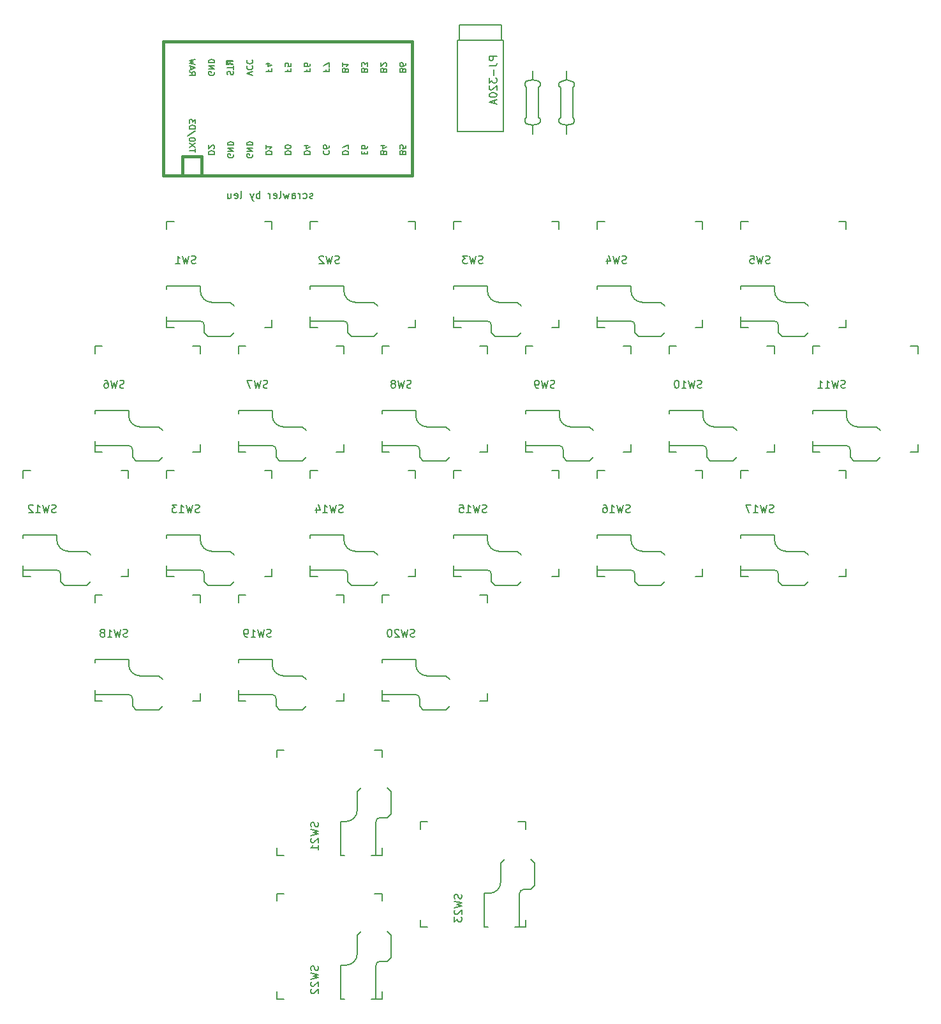
<source format=gbr>
%TF.GenerationSoftware,KiCad,Pcbnew,5.1.10-88a1d61d58~88~ubuntu20.04.1*%
%TF.CreationDate,2021-05-20T13:35:29+01:00*%
%TF.ProjectId,scrawler,73637261-776c-4657-922e-6b696361645f,rev?*%
%TF.SameCoordinates,Original*%
%TF.FileFunction,Legend,Bot*%
%TF.FilePolarity,Positive*%
%FSLAX46Y46*%
G04 Gerber Fmt 4.6, Leading zero omitted, Abs format (unit mm)*
G04 Created by KiCad (PCBNEW 5.1.10-88a1d61d58~88~ubuntu20.04.1) date 2021-05-20 13:35:29*
%MOMM*%
%LPD*%
G01*
G04 APERTURE LIST*
%ADD10C,0.150000*%
%ADD11C,0.381000*%
G04 APERTURE END LIST*
D10*
X131739566Y-45769161D02*
X131644328Y-45816780D01*
X131453852Y-45816780D01*
X131358614Y-45769161D01*
X131310995Y-45673923D01*
X131310995Y-45626304D01*
X131358614Y-45531066D01*
X131453852Y-45483447D01*
X131596709Y-45483447D01*
X131691947Y-45435828D01*
X131739566Y-45340590D01*
X131739566Y-45292971D01*
X131691947Y-45197733D01*
X131596709Y-45150114D01*
X131453852Y-45150114D01*
X131358614Y-45197733D01*
X130453852Y-45769161D02*
X130549090Y-45816780D01*
X130739566Y-45816780D01*
X130834804Y-45769161D01*
X130882423Y-45721542D01*
X130930042Y-45626304D01*
X130930042Y-45340590D01*
X130882423Y-45245352D01*
X130834804Y-45197733D01*
X130739566Y-45150114D01*
X130549090Y-45150114D01*
X130453852Y-45197733D01*
X130025280Y-45816780D02*
X130025280Y-45150114D01*
X130025280Y-45340590D02*
X129977661Y-45245352D01*
X129930042Y-45197733D01*
X129834804Y-45150114D01*
X129739566Y-45150114D01*
X128977661Y-45816780D02*
X128977661Y-45292971D01*
X129025280Y-45197733D01*
X129120519Y-45150114D01*
X129310995Y-45150114D01*
X129406233Y-45197733D01*
X128977661Y-45769161D02*
X129072900Y-45816780D01*
X129310995Y-45816780D01*
X129406233Y-45769161D01*
X129453852Y-45673923D01*
X129453852Y-45578685D01*
X129406233Y-45483447D01*
X129310995Y-45435828D01*
X129072900Y-45435828D01*
X128977661Y-45388209D01*
X128596709Y-45150114D02*
X128406233Y-45816780D01*
X128215757Y-45340590D01*
X128025280Y-45816780D01*
X127834804Y-45150114D01*
X127310995Y-45816780D02*
X127406233Y-45769161D01*
X127453852Y-45673923D01*
X127453852Y-44816780D01*
X126549090Y-45769161D02*
X126644328Y-45816780D01*
X126834804Y-45816780D01*
X126930042Y-45769161D01*
X126977661Y-45673923D01*
X126977661Y-45292971D01*
X126930042Y-45197733D01*
X126834804Y-45150114D01*
X126644328Y-45150114D01*
X126549090Y-45197733D01*
X126501471Y-45292971D01*
X126501471Y-45388209D01*
X126977661Y-45483447D01*
X126072900Y-45816780D02*
X126072900Y-45150114D01*
X126072900Y-45340590D02*
X126025280Y-45245352D01*
X125977661Y-45197733D01*
X125882423Y-45150114D01*
X125787185Y-45150114D01*
X124691947Y-45816780D02*
X124691947Y-44816780D01*
X124691947Y-45197733D02*
X124596709Y-45150114D01*
X124406233Y-45150114D01*
X124310995Y-45197733D01*
X124263376Y-45245352D01*
X124215757Y-45340590D01*
X124215757Y-45626304D01*
X124263376Y-45721542D01*
X124310995Y-45769161D01*
X124406233Y-45816780D01*
X124596709Y-45816780D01*
X124691947Y-45769161D01*
X123882423Y-45150114D02*
X123644328Y-45816780D01*
X123406233Y-45150114D02*
X123644328Y-45816780D01*
X123739566Y-46054876D01*
X123787185Y-46102495D01*
X123882423Y-46150114D01*
X122120519Y-45816780D02*
X122215757Y-45769161D01*
X122263376Y-45673923D01*
X122263376Y-44816780D01*
X121358614Y-45769161D02*
X121453852Y-45816780D01*
X121644328Y-45816780D01*
X121739566Y-45769161D01*
X121787185Y-45673923D01*
X121787185Y-45292971D01*
X121739566Y-45197733D01*
X121644328Y-45150114D01*
X121453852Y-45150114D01*
X121358614Y-45197733D01*
X121310995Y-45292971D01*
X121310995Y-45388209D01*
X121787185Y-45483447D01*
X120453852Y-45150114D02*
X120453852Y-45816780D01*
X120882423Y-45150114D02*
X120882423Y-45673923D01*
X120834804Y-45769161D01*
X120739566Y-45816780D01*
X120596709Y-45816780D01*
X120501471Y-45769161D01*
X120453852Y-45721542D01*
%TO.C,R2*%
X160896300Y-36070800D02*
X160896300Y-37270800D01*
X160096300Y-30270800D02*
X160896300Y-30070800D01*
X159896300Y-30470800D02*
X160096300Y-30270800D01*
X159896300Y-30870800D02*
X159896300Y-30470800D01*
X160096300Y-31070800D02*
X159896300Y-30870800D01*
X160096300Y-35070800D02*
X160096300Y-31070800D01*
X159896300Y-35270800D02*
X160096300Y-35070800D01*
X159896300Y-35670800D02*
X159896300Y-35270800D01*
X160096300Y-35870800D02*
X159896300Y-35670800D01*
X160896300Y-36070800D02*
X160096300Y-35870800D01*
X161696300Y-35870800D02*
X160896300Y-36070800D01*
X161896300Y-35670800D02*
X161696300Y-35870800D01*
X161896300Y-35270800D02*
X161896300Y-35670800D01*
X161696300Y-35070800D02*
X161896300Y-35270800D01*
X161696300Y-31070800D02*
X161696300Y-35070800D01*
X161896300Y-30870800D02*
X161696300Y-31070800D01*
X161896300Y-30470800D02*
X161896300Y-30870800D01*
X161696300Y-30270800D02*
X161896300Y-30470800D01*
X160896300Y-30070800D02*
X161696300Y-30270800D01*
X160896300Y-28870800D02*
X160896300Y-30070800D01*
%TO.C,R1*%
X165417500Y-36083500D02*
X165417500Y-37283500D01*
X164617500Y-30283500D02*
X165417500Y-30083500D01*
X164417500Y-30483500D02*
X164617500Y-30283500D01*
X164417500Y-30883500D02*
X164417500Y-30483500D01*
X164617500Y-31083500D02*
X164417500Y-30883500D01*
X164617500Y-35083500D02*
X164617500Y-31083500D01*
X164417500Y-35283500D02*
X164617500Y-35083500D01*
X164417500Y-35683500D02*
X164417500Y-35283500D01*
X164617500Y-35883500D02*
X164417500Y-35683500D01*
X165417500Y-36083500D02*
X164617500Y-35883500D01*
X166217500Y-35883500D02*
X165417500Y-36083500D01*
X166417500Y-35683500D02*
X166217500Y-35883500D01*
X166417500Y-35283500D02*
X166417500Y-35683500D01*
X166217500Y-35083500D02*
X166417500Y-35283500D01*
X166217500Y-31083500D02*
X166217500Y-35083500D01*
X166417500Y-30883500D02*
X166217500Y-31083500D01*
X166417500Y-30483500D02*
X166417500Y-30883500D01*
X166217500Y-30283500D02*
X166417500Y-30483500D01*
X165417500Y-30083500D02*
X166217500Y-30283500D01*
X165417500Y-28883500D02*
X165417500Y-30083500D01*
D11*
%TO.C,U2*%
X116954300Y-40246300D02*
X116954300Y-42786300D01*
X114414300Y-40246300D02*
X116954300Y-40246300D01*
D10*
G36*
X120703330Y-27851665D02*
G01*
X120803330Y-27851665D01*
X120803330Y-27751665D01*
X120703330Y-27751665D01*
X120703330Y-27851665D01*
G37*
X120703330Y-27851665D02*
X120803330Y-27851665D01*
X120803330Y-27751665D01*
X120703330Y-27751665D01*
X120703330Y-27851665D01*
G36*
X120303330Y-27651665D02*
G01*
X121103330Y-27651665D01*
X121103330Y-27551665D01*
X120303330Y-27551665D01*
X120303330Y-27651665D01*
G37*
X120303330Y-27651665D02*
X121103330Y-27651665D01*
X121103330Y-27551665D01*
X120303330Y-27551665D01*
X120303330Y-27651665D01*
G36*
X120903330Y-28051665D02*
G01*
X121103330Y-28051665D01*
X121103330Y-27951665D01*
X120903330Y-27951665D01*
X120903330Y-28051665D01*
G37*
X120903330Y-28051665D02*
X121103330Y-28051665D01*
X121103330Y-27951665D01*
X120903330Y-27951665D01*
X120903330Y-28051665D01*
G36*
X120303330Y-28051665D02*
G01*
X120603330Y-28051665D01*
X120603330Y-27951665D01*
X120303330Y-27951665D01*
X120303330Y-28051665D01*
G37*
X120303330Y-28051665D02*
X120603330Y-28051665D01*
X120603330Y-27951665D01*
X120303330Y-27951665D01*
X120303330Y-28051665D01*
G36*
X120303330Y-28051665D02*
G01*
X120403330Y-28051665D01*
X120403330Y-27551665D01*
X120303330Y-27551665D01*
X120303330Y-28051665D01*
G37*
X120303330Y-28051665D02*
X120403330Y-28051665D01*
X120403330Y-27551665D01*
X120303330Y-27551665D01*
X120303330Y-28051665D01*
D11*
X144894300Y-25006300D02*
X111874300Y-25006300D01*
X144894300Y-42786300D02*
X144894300Y-25006300D01*
X111874300Y-42786300D02*
X144894300Y-42786300D01*
X111874300Y-25006300D02*
X111874300Y-42786300D01*
X114414300Y-40246300D02*
X114414300Y-42786300D01*
D10*
%TO.C,U1*%
X156788800Y-24815800D02*
X156788800Y-22815800D01*
X151188800Y-22815800D02*
X156788800Y-22815800D01*
X151188800Y-24815800D02*
X151188800Y-22815800D01*
X150938800Y-36915800D02*
X157038800Y-36915800D01*
X157038800Y-24815800D02*
X157038800Y-36915800D01*
X150938800Y-24815800D02*
X157038800Y-24815800D01*
X150938800Y-24815800D02*
X150938800Y-36915800D01*
%TO.C,SW23*%
X156671500Y-136458200D02*
G75*
G02*
X155171500Y-137958200I-1500000J0D01*
G01*
X159171500Y-137958200D02*
G75*
G02*
X159671500Y-137458200I500000J0D01*
G01*
X145971500Y-142458200D02*
X145971500Y-141458200D01*
X159971500Y-142458200D02*
X158971500Y-142458200D01*
X146971500Y-142458200D02*
X145971500Y-142458200D01*
X145971500Y-129458200D02*
X145971500Y-128458200D01*
X145971500Y-128458200D02*
X146971500Y-128458200D01*
X158971500Y-128458200D02*
X159971500Y-128458200D01*
X159971500Y-128458200D02*
X159971500Y-129458200D01*
X159971500Y-141458200D02*
X159971500Y-142458200D01*
X154471500Y-142458200D02*
X154971500Y-142458200D01*
X161171500Y-133958200D02*
X161171500Y-136958200D01*
X160671500Y-133458200D02*
X161171500Y-133958200D01*
X156671500Y-133958200D02*
X156671500Y-136458200D01*
X158571500Y-142458200D02*
X159171500Y-142458200D01*
X157171500Y-133458200D02*
X156671500Y-133958200D01*
X159171500Y-142458200D02*
X159171500Y-137958200D01*
X159671500Y-137458200D02*
X160671500Y-137458200D01*
X161171500Y-136958200D02*
X160671500Y-137458200D01*
X154471500Y-137958200D02*
X154471500Y-142458200D01*
X155171500Y-137958200D02*
X154471500Y-137958200D01*
%TO.C,SW22*%
X137621500Y-145983200D02*
G75*
G02*
X136121500Y-147483200I-1500000J0D01*
G01*
X140121500Y-147483200D02*
G75*
G02*
X140621500Y-146983200I500000J0D01*
G01*
X126921500Y-151983200D02*
X126921500Y-150983200D01*
X140921500Y-151983200D02*
X139921500Y-151983200D01*
X127921500Y-151983200D02*
X126921500Y-151983200D01*
X126921500Y-138983200D02*
X126921500Y-137983200D01*
X126921500Y-137983200D02*
X127921500Y-137983200D01*
X139921500Y-137983200D02*
X140921500Y-137983200D01*
X140921500Y-137983200D02*
X140921500Y-138983200D01*
X140921500Y-150983200D02*
X140921500Y-151983200D01*
X135421500Y-151983200D02*
X135921500Y-151983200D01*
X142121500Y-143483200D02*
X142121500Y-146483200D01*
X141621500Y-142983200D02*
X142121500Y-143483200D01*
X137621500Y-143483200D02*
X137621500Y-145983200D01*
X139521500Y-151983200D02*
X140121500Y-151983200D01*
X138121500Y-142983200D02*
X137621500Y-143483200D01*
X140121500Y-151983200D02*
X140121500Y-147483200D01*
X140621500Y-146983200D02*
X141621500Y-146983200D01*
X142121500Y-146483200D02*
X141621500Y-146983200D01*
X135421500Y-147483200D02*
X135421500Y-151983200D01*
X136121500Y-147483200D02*
X135421500Y-147483200D01*
%TO.C,SW21*%
X137621500Y-126933200D02*
G75*
G02*
X136121500Y-128433200I-1500000J0D01*
G01*
X140121500Y-128433200D02*
G75*
G02*
X140621500Y-127933200I500000J0D01*
G01*
X126921500Y-132933200D02*
X126921500Y-131933200D01*
X140921500Y-132933200D02*
X139921500Y-132933200D01*
X127921500Y-132933200D02*
X126921500Y-132933200D01*
X126921500Y-119933200D02*
X126921500Y-118933200D01*
X126921500Y-118933200D02*
X127921500Y-118933200D01*
X139921500Y-118933200D02*
X140921500Y-118933200D01*
X140921500Y-118933200D02*
X140921500Y-119933200D01*
X140921500Y-131933200D02*
X140921500Y-132933200D01*
X135421500Y-132933200D02*
X135921500Y-132933200D01*
X142121500Y-124433200D02*
X142121500Y-127433200D01*
X141621500Y-123933200D02*
X142121500Y-124433200D01*
X137621500Y-124433200D02*
X137621500Y-126933200D01*
X139521500Y-132933200D02*
X140121500Y-132933200D01*
X138121500Y-123933200D02*
X137621500Y-124433200D01*
X140121500Y-132933200D02*
X140121500Y-128433200D01*
X140621500Y-127933200D02*
X141621500Y-127933200D01*
X142121500Y-127433200D02*
X141621500Y-127933200D01*
X135421500Y-128433200D02*
X135421500Y-132933200D01*
X136121500Y-128433200D02*
X135421500Y-128433200D01*
%TO.C,SW20*%
X146891500Y-109110000D02*
G75*
G02*
X145391500Y-107610000I0J1500000D01*
G01*
X145391500Y-111610000D02*
G75*
G02*
X145891500Y-112110000I0J-500000D01*
G01*
X140891500Y-98410000D02*
X141891500Y-98410000D01*
X140891500Y-112410000D02*
X140891500Y-111410000D01*
X140891500Y-99410000D02*
X140891500Y-98410000D01*
X153891500Y-98410000D02*
X154891500Y-98410000D01*
X154891500Y-98410000D02*
X154891500Y-99410000D01*
X154891500Y-111410000D02*
X154891500Y-112410000D01*
X154891500Y-112410000D02*
X153891500Y-112410000D01*
X141891500Y-112410000D02*
X140891500Y-112410000D01*
X140891500Y-106910000D02*
X140891500Y-107410000D01*
X149391500Y-113610000D02*
X146391500Y-113610000D01*
X149891500Y-113110000D02*
X149391500Y-113610000D01*
X149391500Y-109110000D02*
X146891500Y-109110000D01*
X140891500Y-111010000D02*
X140891500Y-111610000D01*
X149891500Y-109610000D02*
X149391500Y-109110000D01*
X140891500Y-111610000D02*
X145391500Y-111610000D01*
X145891500Y-112110000D02*
X145891500Y-113110000D01*
X146391500Y-113610000D02*
X145891500Y-113110000D01*
X145391500Y-106910000D02*
X140891500Y-106910000D01*
X145391500Y-107610000D02*
X145391500Y-106910000D01*
%TO.C,SW19*%
X127841500Y-109110000D02*
G75*
G02*
X126341500Y-107610000I0J1500000D01*
G01*
X126341500Y-111610000D02*
G75*
G02*
X126841500Y-112110000I0J-500000D01*
G01*
X121841500Y-98410000D02*
X122841500Y-98410000D01*
X121841500Y-112410000D02*
X121841500Y-111410000D01*
X121841500Y-99410000D02*
X121841500Y-98410000D01*
X134841500Y-98410000D02*
X135841500Y-98410000D01*
X135841500Y-98410000D02*
X135841500Y-99410000D01*
X135841500Y-111410000D02*
X135841500Y-112410000D01*
X135841500Y-112410000D02*
X134841500Y-112410000D01*
X122841500Y-112410000D02*
X121841500Y-112410000D01*
X121841500Y-106910000D02*
X121841500Y-107410000D01*
X130341500Y-113610000D02*
X127341500Y-113610000D01*
X130841500Y-113110000D02*
X130341500Y-113610000D01*
X130341500Y-109110000D02*
X127841500Y-109110000D01*
X121841500Y-111010000D02*
X121841500Y-111610000D01*
X130841500Y-109610000D02*
X130341500Y-109110000D01*
X121841500Y-111610000D02*
X126341500Y-111610000D01*
X126841500Y-112110000D02*
X126841500Y-113110000D01*
X127341500Y-113610000D02*
X126841500Y-113110000D01*
X126341500Y-106910000D02*
X121841500Y-106910000D01*
X126341500Y-107610000D02*
X126341500Y-106910000D01*
%TO.C,SW18*%
X108791500Y-109110000D02*
G75*
G02*
X107291500Y-107610000I0J1500000D01*
G01*
X107291500Y-111610000D02*
G75*
G02*
X107791500Y-112110000I0J-500000D01*
G01*
X102791500Y-98410000D02*
X103791500Y-98410000D01*
X102791500Y-112410000D02*
X102791500Y-111410000D01*
X102791500Y-99410000D02*
X102791500Y-98410000D01*
X115791500Y-98410000D02*
X116791500Y-98410000D01*
X116791500Y-98410000D02*
X116791500Y-99410000D01*
X116791500Y-111410000D02*
X116791500Y-112410000D01*
X116791500Y-112410000D02*
X115791500Y-112410000D01*
X103791500Y-112410000D02*
X102791500Y-112410000D01*
X102791500Y-106910000D02*
X102791500Y-107410000D01*
X111291500Y-113610000D02*
X108291500Y-113610000D01*
X111791500Y-113110000D02*
X111291500Y-113610000D01*
X111291500Y-109110000D02*
X108791500Y-109110000D01*
X102791500Y-111010000D02*
X102791500Y-111610000D01*
X111791500Y-109610000D02*
X111291500Y-109110000D01*
X102791500Y-111610000D02*
X107291500Y-111610000D01*
X107791500Y-112110000D02*
X107791500Y-113110000D01*
X108291500Y-113610000D02*
X107791500Y-113110000D01*
X107291500Y-106910000D02*
X102791500Y-106910000D01*
X107291500Y-107610000D02*
X107291500Y-106910000D01*
%TO.C,SW17*%
X194516500Y-92600000D02*
G75*
G02*
X193016500Y-91100000I0J1500000D01*
G01*
X193016500Y-95100000D02*
G75*
G02*
X193516500Y-95600000I0J-500000D01*
G01*
X188516500Y-81900000D02*
X189516500Y-81900000D01*
X188516500Y-95900000D02*
X188516500Y-94900000D01*
X188516500Y-82900000D02*
X188516500Y-81900000D01*
X201516500Y-81900000D02*
X202516500Y-81900000D01*
X202516500Y-81900000D02*
X202516500Y-82900000D01*
X202516500Y-94900000D02*
X202516500Y-95900000D01*
X202516500Y-95900000D02*
X201516500Y-95900000D01*
X189516500Y-95900000D02*
X188516500Y-95900000D01*
X188516500Y-90400000D02*
X188516500Y-90900000D01*
X197016500Y-97100000D02*
X194016500Y-97100000D01*
X197516500Y-96600000D02*
X197016500Y-97100000D01*
X197016500Y-92600000D02*
X194516500Y-92600000D01*
X188516500Y-94500000D02*
X188516500Y-95100000D01*
X197516500Y-93100000D02*
X197016500Y-92600000D01*
X188516500Y-95100000D02*
X193016500Y-95100000D01*
X193516500Y-95600000D02*
X193516500Y-96600000D01*
X194016500Y-97100000D02*
X193516500Y-96600000D01*
X193016500Y-90400000D02*
X188516500Y-90400000D01*
X193016500Y-91100000D02*
X193016500Y-90400000D01*
%TO.C,SW16*%
X175466500Y-92600000D02*
G75*
G02*
X173966500Y-91100000I0J1500000D01*
G01*
X173966500Y-95100000D02*
G75*
G02*
X174466500Y-95600000I0J-500000D01*
G01*
X169466500Y-81900000D02*
X170466500Y-81900000D01*
X169466500Y-95900000D02*
X169466500Y-94900000D01*
X169466500Y-82900000D02*
X169466500Y-81900000D01*
X182466500Y-81900000D02*
X183466500Y-81900000D01*
X183466500Y-81900000D02*
X183466500Y-82900000D01*
X183466500Y-94900000D02*
X183466500Y-95900000D01*
X183466500Y-95900000D02*
X182466500Y-95900000D01*
X170466500Y-95900000D02*
X169466500Y-95900000D01*
X169466500Y-90400000D02*
X169466500Y-90900000D01*
X177966500Y-97100000D02*
X174966500Y-97100000D01*
X178466500Y-96600000D02*
X177966500Y-97100000D01*
X177966500Y-92600000D02*
X175466500Y-92600000D01*
X169466500Y-94500000D02*
X169466500Y-95100000D01*
X178466500Y-93100000D02*
X177966500Y-92600000D01*
X169466500Y-95100000D02*
X173966500Y-95100000D01*
X174466500Y-95600000D02*
X174466500Y-96600000D01*
X174966500Y-97100000D02*
X174466500Y-96600000D01*
X173966500Y-90400000D02*
X169466500Y-90400000D01*
X173966500Y-91100000D02*
X173966500Y-90400000D01*
%TO.C,SW15*%
X156416500Y-92600000D02*
G75*
G02*
X154916500Y-91100000I0J1500000D01*
G01*
X154916500Y-95100000D02*
G75*
G02*
X155416500Y-95600000I0J-500000D01*
G01*
X150416500Y-81900000D02*
X151416500Y-81900000D01*
X150416500Y-95900000D02*
X150416500Y-94900000D01*
X150416500Y-82900000D02*
X150416500Y-81900000D01*
X163416500Y-81900000D02*
X164416500Y-81900000D01*
X164416500Y-81900000D02*
X164416500Y-82900000D01*
X164416500Y-94900000D02*
X164416500Y-95900000D01*
X164416500Y-95900000D02*
X163416500Y-95900000D01*
X151416500Y-95900000D02*
X150416500Y-95900000D01*
X150416500Y-90400000D02*
X150416500Y-90900000D01*
X158916500Y-97100000D02*
X155916500Y-97100000D01*
X159416500Y-96600000D02*
X158916500Y-97100000D01*
X158916500Y-92600000D02*
X156416500Y-92600000D01*
X150416500Y-94500000D02*
X150416500Y-95100000D01*
X159416500Y-93100000D02*
X158916500Y-92600000D01*
X150416500Y-95100000D02*
X154916500Y-95100000D01*
X155416500Y-95600000D02*
X155416500Y-96600000D01*
X155916500Y-97100000D02*
X155416500Y-96600000D01*
X154916500Y-90400000D02*
X150416500Y-90400000D01*
X154916500Y-91100000D02*
X154916500Y-90400000D01*
%TO.C,SW14*%
X137366500Y-92600000D02*
G75*
G02*
X135866500Y-91100000I0J1500000D01*
G01*
X135866500Y-95100000D02*
G75*
G02*
X136366500Y-95600000I0J-500000D01*
G01*
X131366500Y-81900000D02*
X132366500Y-81900000D01*
X131366500Y-95900000D02*
X131366500Y-94900000D01*
X131366500Y-82900000D02*
X131366500Y-81900000D01*
X144366500Y-81900000D02*
X145366500Y-81900000D01*
X145366500Y-81900000D02*
X145366500Y-82900000D01*
X145366500Y-94900000D02*
X145366500Y-95900000D01*
X145366500Y-95900000D02*
X144366500Y-95900000D01*
X132366500Y-95900000D02*
X131366500Y-95900000D01*
X131366500Y-90400000D02*
X131366500Y-90900000D01*
X139866500Y-97100000D02*
X136866500Y-97100000D01*
X140366500Y-96600000D02*
X139866500Y-97100000D01*
X139866500Y-92600000D02*
X137366500Y-92600000D01*
X131366500Y-94500000D02*
X131366500Y-95100000D01*
X140366500Y-93100000D02*
X139866500Y-92600000D01*
X131366500Y-95100000D02*
X135866500Y-95100000D01*
X136366500Y-95600000D02*
X136366500Y-96600000D01*
X136866500Y-97100000D02*
X136366500Y-96600000D01*
X135866500Y-90400000D02*
X131366500Y-90400000D01*
X135866500Y-91100000D02*
X135866500Y-90400000D01*
%TO.C,SW13*%
X118316500Y-92600000D02*
G75*
G02*
X116816500Y-91100000I0J1500000D01*
G01*
X116816500Y-95100000D02*
G75*
G02*
X117316500Y-95600000I0J-500000D01*
G01*
X112316500Y-81900000D02*
X113316500Y-81900000D01*
X112316500Y-95900000D02*
X112316500Y-94900000D01*
X112316500Y-82900000D02*
X112316500Y-81900000D01*
X125316500Y-81900000D02*
X126316500Y-81900000D01*
X126316500Y-81900000D02*
X126316500Y-82900000D01*
X126316500Y-94900000D02*
X126316500Y-95900000D01*
X126316500Y-95900000D02*
X125316500Y-95900000D01*
X113316500Y-95900000D02*
X112316500Y-95900000D01*
X112316500Y-90400000D02*
X112316500Y-90900000D01*
X120816500Y-97100000D02*
X117816500Y-97100000D01*
X121316500Y-96600000D02*
X120816500Y-97100000D01*
X120816500Y-92600000D02*
X118316500Y-92600000D01*
X112316500Y-94500000D02*
X112316500Y-95100000D01*
X121316500Y-93100000D02*
X120816500Y-92600000D01*
X112316500Y-95100000D02*
X116816500Y-95100000D01*
X117316500Y-95600000D02*
X117316500Y-96600000D01*
X117816500Y-97100000D02*
X117316500Y-96600000D01*
X116816500Y-90400000D02*
X112316500Y-90400000D01*
X116816500Y-91100000D02*
X116816500Y-90400000D01*
%TO.C,SW12*%
X99266500Y-92600000D02*
G75*
G02*
X97766500Y-91100000I0J1500000D01*
G01*
X97766500Y-95100000D02*
G75*
G02*
X98266500Y-95600000I0J-500000D01*
G01*
X93266500Y-81900000D02*
X94266500Y-81900000D01*
X93266500Y-95900000D02*
X93266500Y-94900000D01*
X93266500Y-82900000D02*
X93266500Y-81900000D01*
X106266500Y-81900000D02*
X107266500Y-81900000D01*
X107266500Y-81900000D02*
X107266500Y-82900000D01*
X107266500Y-94900000D02*
X107266500Y-95900000D01*
X107266500Y-95900000D02*
X106266500Y-95900000D01*
X94266500Y-95900000D02*
X93266500Y-95900000D01*
X93266500Y-90400000D02*
X93266500Y-90900000D01*
X101766500Y-97100000D02*
X98766500Y-97100000D01*
X102266500Y-96600000D02*
X101766500Y-97100000D01*
X101766500Y-92600000D02*
X99266500Y-92600000D01*
X93266500Y-94500000D02*
X93266500Y-95100000D01*
X102266500Y-93100000D02*
X101766500Y-92600000D01*
X93266500Y-95100000D02*
X97766500Y-95100000D01*
X98266500Y-95600000D02*
X98266500Y-96600000D01*
X98766500Y-97100000D02*
X98266500Y-96600000D01*
X97766500Y-90400000D02*
X93266500Y-90400000D01*
X97766500Y-91100000D02*
X97766500Y-90400000D01*
%TO.C,SW11*%
X204041500Y-76090000D02*
G75*
G02*
X202541500Y-74590000I0J1500000D01*
G01*
X202541500Y-78590000D02*
G75*
G02*
X203041500Y-79090000I0J-500000D01*
G01*
X198041500Y-65390000D02*
X199041500Y-65390000D01*
X198041500Y-79390000D02*
X198041500Y-78390000D01*
X198041500Y-66390000D02*
X198041500Y-65390000D01*
X211041500Y-65390000D02*
X212041500Y-65390000D01*
X212041500Y-65390000D02*
X212041500Y-66390000D01*
X212041500Y-78390000D02*
X212041500Y-79390000D01*
X212041500Y-79390000D02*
X211041500Y-79390000D01*
X199041500Y-79390000D02*
X198041500Y-79390000D01*
X198041500Y-73890000D02*
X198041500Y-74390000D01*
X206541500Y-80590000D02*
X203541500Y-80590000D01*
X207041500Y-80090000D02*
X206541500Y-80590000D01*
X206541500Y-76090000D02*
X204041500Y-76090000D01*
X198041500Y-77990000D02*
X198041500Y-78590000D01*
X207041500Y-76590000D02*
X206541500Y-76090000D01*
X198041500Y-78590000D02*
X202541500Y-78590000D01*
X203041500Y-79090000D02*
X203041500Y-80090000D01*
X203541500Y-80590000D02*
X203041500Y-80090000D01*
X202541500Y-73890000D02*
X198041500Y-73890000D01*
X202541500Y-74590000D02*
X202541500Y-73890000D01*
%TO.C,SW10*%
X184991500Y-76090000D02*
G75*
G02*
X183491500Y-74590000I0J1500000D01*
G01*
X183491500Y-78590000D02*
G75*
G02*
X183991500Y-79090000I0J-500000D01*
G01*
X178991500Y-65390000D02*
X179991500Y-65390000D01*
X178991500Y-79390000D02*
X178991500Y-78390000D01*
X178991500Y-66390000D02*
X178991500Y-65390000D01*
X191991500Y-65390000D02*
X192991500Y-65390000D01*
X192991500Y-65390000D02*
X192991500Y-66390000D01*
X192991500Y-78390000D02*
X192991500Y-79390000D01*
X192991500Y-79390000D02*
X191991500Y-79390000D01*
X179991500Y-79390000D02*
X178991500Y-79390000D01*
X178991500Y-73890000D02*
X178991500Y-74390000D01*
X187491500Y-80590000D02*
X184491500Y-80590000D01*
X187991500Y-80090000D02*
X187491500Y-80590000D01*
X187491500Y-76090000D02*
X184991500Y-76090000D01*
X178991500Y-77990000D02*
X178991500Y-78590000D01*
X187991500Y-76590000D02*
X187491500Y-76090000D01*
X178991500Y-78590000D02*
X183491500Y-78590000D01*
X183991500Y-79090000D02*
X183991500Y-80090000D01*
X184491500Y-80590000D02*
X183991500Y-80090000D01*
X183491500Y-73890000D02*
X178991500Y-73890000D01*
X183491500Y-74590000D02*
X183491500Y-73890000D01*
%TO.C,SW9*%
X165941500Y-76090000D02*
G75*
G02*
X164441500Y-74590000I0J1500000D01*
G01*
X164441500Y-78590000D02*
G75*
G02*
X164941500Y-79090000I0J-500000D01*
G01*
X159941500Y-65390000D02*
X160941500Y-65390000D01*
X159941500Y-79390000D02*
X159941500Y-78390000D01*
X159941500Y-66390000D02*
X159941500Y-65390000D01*
X172941500Y-65390000D02*
X173941500Y-65390000D01*
X173941500Y-65390000D02*
X173941500Y-66390000D01*
X173941500Y-78390000D02*
X173941500Y-79390000D01*
X173941500Y-79390000D02*
X172941500Y-79390000D01*
X160941500Y-79390000D02*
X159941500Y-79390000D01*
X159941500Y-73890000D02*
X159941500Y-74390000D01*
X168441500Y-80590000D02*
X165441500Y-80590000D01*
X168941500Y-80090000D02*
X168441500Y-80590000D01*
X168441500Y-76090000D02*
X165941500Y-76090000D01*
X159941500Y-77990000D02*
X159941500Y-78590000D01*
X168941500Y-76590000D02*
X168441500Y-76090000D01*
X159941500Y-78590000D02*
X164441500Y-78590000D01*
X164941500Y-79090000D02*
X164941500Y-80090000D01*
X165441500Y-80590000D02*
X164941500Y-80090000D01*
X164441500Y-73890000D02*
X159941500Y-73890000D01*
X164441500Y-74590000D02*
X164441500Y-73890000D01*
%TO.C,SW8*%
X146891500Y-76090000D02*
G75*
G02*
X145391500Y-74590000I0J1500000D01*
G01*
X145391500Y-78590000D02*
G75*
G02*
X145891500Y-79090000I0J-500000D01*
G01*
X140891500Y-65390000D02*
X141891500Y-65390000D01*
X140891500Y-79390000D02*
X140891500Y-78390000D01*
X140891500Y-66390000D02*
X140891500Y-65390000D01*
X153891500Y-65390000D02*
X154891500Y-65390000D01*
X154891500Y-65390000D02*
X154891500Y-66390000D01*
X154891500Y-78390000D02*
X154891500Y-79390000D01*
X154891500Y-79390000D02*
X153891500Y-79390000D01*
X141891500Y-79390000D02*
X140891500Y-79390000D01*
X140891500Y-73890000D02*
X140891500Y-74390000D01*
X149391500Y-80590000D02*
X146391500Y-80590000D01*
X149891500Y-80090000D02*
X149391500Y-80590000D01*
X149391500Y-76090000D02*
X146891500Y-76090000D01*
X140891500Y-77990000D02*
X140891500Y-78590000D01*
X149891500Y-76590000D02*
X149391500Y-76090000D01*
X140891500Y-78590000D02*
X145391500Y-78590000D01*
X145891500Y-79090000D02*
X145891500Y-80090000D01*
X146391500Y-80590000D02*
X145891500Y-80090000D01*
X145391500Y-73890000D02*
X140891500Y-73890000D01*
X145391500Y-74590000D02*
X145391500Y-73890000D01*
%TO.C,SW7*%
X127841500Y-76090000D02*
G75*
G02*
X126341500Y-74590000I0J1500000D01*
G01*
X126341500Y-78590000D02*
G75*
G02*
X126841500Y-79090000I0J-500000D01*
G01*
X121841500Y-65390000D02*
X122841500Y-65390000D01*
X121841500Y-79390000D02*
X121841500Y-78390000D01*
X121841500Y-66390000D02*
X121841500Y-65390000D01*
X134841500Y-65390000D02*
X135841500Y-65390000D01*
X135841500Y-65390000D02*
X135841500Y-66390000D01*
X135841500Y-78390000D02*
X135841500Y-79390000D01*
X135841500Y-79390000D02*
X134841500Y-79390000D01*
X122841500Y-79390000D02*
X121841500Y-79390000D01*
X121841500Y-73890000D02*
X121841500Y-74390000D01*
X130341500Y-80590000D02*
X127341500Y-80590000D01*
X130841500Y-80090000D02*
X130341500Y-80590000D01*
X130341500Y-76090000D02*
X127841500Y-76090000D01*
X121841500Y-77990000D02*
X121841500Y-78590000D01*
X130841500Y-76590000D02*
X130341500Y-76090000D01*
X121841500Y-78590000D02*
X126341500Y-78590000D01*
X126841500Y-79090000D02*
X126841500Y-80090000D01*
X127341500Y-80590000D02*
X126841500Y-80090000D01*
X126341500Y-73890000D02*
X121841500Y-73890000D01*
X126341500Y-74590000D02*
X126341500Y-73890000D01*
%TO.C,SW6*%
X108791500Y-76090000D02*
G75*
G02*
X107291500Y-74590000I0J1500000D01*
G01*
X107291500Y-78590000D02*
G75*
G02*
X107791500Y-79090000I0J-500000D01*
G01*
X102791500Y-65390000D02*
X103791500Y-65390000D01*
X102791500Y-79390000D02*
X102791500Y-78390000D01*
X102791500Y-66390000D02*
X102791500Y-65390000D01*
X115791500Y-65390000D02*
X116791500Y-65390000D01*
X116791500Y-65390000D02*
X116791500Y-66390000D01*
X116791500Y-78390000D02*
X116791500Y-79390000D01*
X116791500Y-79390000D02*
X115791500Y-79390000D01*
X103791500Y-79390000D02*
X102791500Y-79390000D01*
X102791500Y-73890000D02*
X102791500Y-74390000D01*
X111291500Y-80590000D02*
X108291500Y-80590000D01*
X111791500Y-80090000D02*
X111291500Y-80590000D01*
X111291500Y-76090000D02*
X108791500Y-76090000D01*
X102791500Y-77990000D02*
X102791500Y-78590000D01*
X111791500Y-76590000D02*
X111291500Y-76090000D01*
X102791500Y-78590000D02*
X107291500Y-78590000D01*
X107791500Y-79090000D02*
X107791500Y-80090000D01*
X108291500Y-80590000D02*
X107791500Y-80090000D01*
X107291500Y-73890000D02*
X102791500Y-73890000D01*
X107291500Y-74590000D02*
X107291500Y-73890000D01*
%TO.C,SW5*%
X194516500Y-59580000D02*
G75*
G02*
X193016500Y-58080000I0J1500000D01*
G01*
X193016500Y-62080000D02*
G75*
G02*
X193516500Y-62580000I0J-500000D01*
G01*
X188516500Y-48880000D02*
X189516500Y-48880000D01*
X188516500Y-62880000D02*
X188516500Y-61880000D01*
X188516500Y-49880000D02*
X188516500Y-48880000D01*
X201516500Y-48880000D02*
X202516500Y-48880000D01*
X202516500Y-48880000D02*
X202516500Y-49880000D01*
X202516500Y-61880000D02*
X202516500Y-62880000D01*
X202516500Y-62880000D02*
X201516500Y-62880000D01*
X189516500Y-62880000D02*
X188516500Y-62880000D01*
X188516500Y-57380000D02*
X188516500Y-57880000D01*
X197016500Y-64080000D02*
X194016500Y-64080000D01*
X197516500Y-63580000D02*
X197016500Y-64080000D01*
X197016500Y-59580000D02*
X194516500Y-59580000D01*
X188516500Y-61480000D02*
X188516500Y-62080000D01*
X197516500Y-60080000D02*
X197016500Y-59580000D01*
X188516500Y-62080000D02*
X193016500Y-62080000D01*
X193516500Y-62580000D02*
X193516500Y-63580000D01*
X194016500Y-64080000D02*
X193516500Y-63580000D01*
X193016500Y-57380000D02*
X188516500Y-57380000D01*
X193016500Y-58080000D02*
X193016500Y-57380000D01*
%TO.C,SW4*%
X175466500Y-59580000D02*
G75*
G02*
X173966500Y-58080000I0J1500000D01*
G01*
X173966500Y-62080000D02*
G75*
G02*
X174466500Y-62580000I0J-500000D01*
G01*
X169466500Y-48880000D02*
X170466500Y-48880000D01*
X169466500Y-62880000D02*
X169466500Y-61880000D01*
X169466500Y-49880000D02*
X169466500Y-48880000D01*
X182466500Y-48880000D02*
X183466500Y-48880000D01*
X183466500Y-48880000D02*
X183466500Y-49880000D01*
X183466500Y-61880000D02*
X183466500Y-62880000D01*
X183466500Y-62880000D02*
X182466500Y-62880000D01*
X170466500Y-62880000D02*
X169466500Y-62880000D01*
X169466500Y-57380000D02*
X169466500Y-57880000D01*
X177966500Y-64080000D02*
X174966500Y-64080000D01*
X178466500Y-63580000D02*
X177966500Y-64080000D01*
X177966500Y-59580000D02*
X175466500Y-59580000D01*
X169466500Y-61480000D02*
X169466500Y-62080000D01*
X178466500Y-60080000D02*
X177966500Y-59580000D01*
X169466500Y-62080000D02*
X173966500Y-62080000D01*
X174466500Y-62580000D02*
X174466500Y-63580000D01*
X174966500Y-64080000D02*
X174466500Y-63580000D01*
X173966500Y-57380000D02*
X169466500Y-57380000D01*
X173966500Y-58080000D02*
X173966500Y-57380000D01*
%TO.C,SW3*%
X156416500Y-59580000D02*
G75*
G02*
X154916500Y-58080000I0J1500000D01*
G01*
X154916500Y-62080000D02*
G75*
G02*
X155416500Y-62580000I0J-500000D01*
G01*
X150416500Y-48880000D02*
X151416500Y-48880000D01*
X150416500Y-62880000D02*
X150416500Y-61880000D01*
X150416500Y-49880000D02*
X150416500Y-48880000D01*
X163416500Y-48880000D02*
X164416500Y-48880000D01*
X164416500Y-48880000D02*
X164416500Y-49880000D01*
X164416500Y-61880000D02*
X164416500Y-62880000D01*
X164416500Y-62880000D02*
X163416500Y-62880000D01*
X151416500Y-62880000D02*
X150416500Y-62880000D01*
X150416500Y-57380000D02*
X150416500Y-57880000D01*
X158916500Y-64080000D02*
X155916500Y-64080000D01*
X159416500Y-63580000D02*
X158916500Y-64080000D01*
X158916500Y-59580000D02*
X156416500Y-59580000D01*
X150416500Y-61480000D02*
X150416500Y-62080000D01*
X159416500Y-60080000D02*
X158916500Y-59580000D01*
X150416500Y-62080000D02*
X154916500Y-62080000D01*
X155416500Y-62580000D02*
X155416500Y-63580000D01*
X155916500Y-64080000D02*
X155416500Y-63580000D01*
X154916500Y-57380000D02*
X150416500Y-57380000D01*
X154916500Y-58080000D02*
X154916500Y-57380000D01*
%TO.C,SW2*%
X137366500Y-59580000D02*
G75*
G02*
X135866500Y-58080000I0J1500000D01*
G01*
X135866500Y-62080000D02*
G75*
G02*
X136366500Y-62580000I0J-500000D01*
G01*
X131366500Y-48880000D02*
X132366500Y-48880000D01*
X131366500Y-62880000D02*
X131366500Y-61880000D01*
X131366500Y-49880000D02*
X131366500Y-48880000D01*
X144366500Y-48880000D02*
X145366500Y-48880000D01*
X145366500Y-48880000D02*
X145366500Y-49880000D01*
X145366500Y-61880000D02*
X145366500Y-62880000D01*
X145366500Y-62880000D02*
X144366500Y-62880000D01*
X132366500Y-62880000D02*
X131366500Y-62880000D01*
X131366500Y-57380000D02*
X131366500Y-57880000D01*
X139866500Y-64080000D02*
X136866500Y-64080000D01*
X140366500Y-63580000D02*
X139866500Y-64080000D01*
X139866500Y-59580000D02*
X137366500Y-59580000D01*
X131366500Y-61480000D02*
X131366500Y-62080000D01*
X140366500Y-60080000D02*
X139866500Y-59580000D01*
X131366500Y-62080000D02*
X135866500Y-62080000D01*
X136366500Y-62580000D02*
X136366500Y-63580000D01*
X136866500Y-64080000D02*
X136366500Y-63580000D01*
X135866500Y-57380000D02*
X131366500Y-57380000D01*
X135866500Y-58080000D02*
X135866500Y-57380000D01*
%TO.C,SW1*%
X118316500Y-59580000D02*
G75*
G02*
X116816500Y-58080000I0J1500000D01*
G01*
X116816500Y-62080000D02*
G75*
G02*
X117316500Y-62580000I0J-500000D01*
G01*
X112316500Y-48880000D02*
X113316500Y-48880000D01*
X112316500Y-62880000D02*
X112316500Y-61880000D01*
X112316500Y-49880000D02*
X112316500Y-48880000D01*
X125316500Y-48880000D02*
X126316500Y-48880000D01*
X126316500Y-48880000D02*
X126316500Y-49880000D01*
X126316500Y-61880000D02*
X126316500Y-62880000D01*
X126316500Y-62880000D02*
X125316500Y-62880000D01*
X113316500Y-62880000D02*
X112316500Y-62880000D01*
X112316500Y-57380000D02*
X112316500Y-57880000D01*
X120816500Y-64080000D02*
X117816500Y-64080000D01*
X121316500Y-63580000D02*
X120816500Y-64080000D01*
X120816500Y-59580000D02*
X118316500Y-59580000D01*
X112316500Y-61480000D02*
X112316500Y-62080000D01*
X121316500Y-60080000D02*
X120816500Y-59580000D01*
X112316500Y-62080000D02*
X116816500Y-62080000D01*
X117316500Y-62580000D02*
X117316500Y-63580000D01*
X117816500Y-64080000D02*
X117316500Y-63580000D01*
X116816500Y-57380000D02*
X112316500Y-57380000D01*
X116816500Y-58080000D02*
X116816500Y-57380000D01*
%TO.C,U2*%
X120420490Y-29389633D02*
X120382395Y-29275347D01*
X120382395Y-29084871D01*
X120420490Y-29008680D01*
X120458585Y-28970585D01*
X120534776Y-28932490D01*
X120610966Y-28932490D01*
X120687157Y-28970585D01*
X120725252Y-29008680D01*
X120763347Y-29084871D01*
X120801442Y-29237252D01*
X120839538Y-29313442D01*
X120877633Y-29351538D01*
X120953823Y-29389633D01*
X121030014Y-29389633D01*
X121106204Y-29351538D01*
X121144300Y-29313442D01*
X121182395Y-29237252D01*
X121182395Y-29046776D01*
X121144300Y-28932490D01*
X121182395Y-28703919D02*
X121182395Y-28246776D01*
X120382395Y-28475347D02*
X121182395Y-28475347D01*
X116122395Y-39658648D02*
X116122395Y-39201505D01*
X115322395Y-39430076D02*
X116122395Y-39430076D01*
X116122395Y-39011029D02*
X115322395Y-38477695D01*
X116122395Y-38477695D02*
X115322395Y-39011029D01*
X116122395Y-38020552D02*
X116122395Y-37944362D01*
X116084300Y-37868172D01*
X116046204Y-37830076D01*
X115970014Y-37791981D01*
X115817633Y-37753886D01*
X115627157Y-37753886D01*
X115474776Y-37791981D01*
X115398585Y-37830076D01*
X115360490Y-37868172D01*
X115322395Y-37944362D01*
X115322395Y-38020552D01*
X115360490Y-38096743D01*
X115398585Y-38134838D01*
X115474776Y-38172933D01*
X115627157Y-38211029D01*
X115817633Y-38211029D01*
X115970014Y-38172933D01*
X116046204Y-38134838D01*
X116084300Y-38096743D01*
X116122395Y-38020552D01*
X116160490Y-36839600D02*
X115131919Y-37525314D01*
X115322395Y-36572933D02*
X116122395Y-36572933D01*
X116122395Y-36382457D01*
X116084300Y-36268172D01*
X116008109Y-36191981D01*
X115931919Y-36153886D01*
X115779538Y-36115791D01*
X115665252Y-36115791D01*
X115512871Y-36153886D01*
X115436680Y-36191981D01*
X115360490Y-36268172D01*
X115322395Y-36382457D01*
X115322395Y-36572933D01*
X116122395Y-35849124D02*
X116122395Y-35353886D01*
X115817633Y-35620552D01*
X115817633Y-35506267D01*
X115779538Y-35430076D01*
X115741442Y-35391981D01*
X115665252Y-35353886D01*
X115474776Y-35353886D01*
X115398585Y-35391981D01*
X115360490Y-35430076D01*
X115322395Y-35506267D01*
X115322395Y-35734838D01*
X115360490Y-35811029D01*
X115398585Y-35849124D01*
X141141442Y-28759109D02*
X141103347Y-28644823D01*
X141065252Y-28606728D01*
X140989061Y-28568633D01*
X140874776Y-28568633D01*
X140798585Y-28606728D01*
X140760490Y-28644823D01*
X140722395Y-28721014D01*
X140722395Y-29025776D01*
X141522395Y-29025776D01*
X141522395Y-28759109D01*
X141484300Y-28682919D01*
X141446204Y-28644823D01*
X141370014Y-28606728D01*
X141293823Y-28606728D01*
X141217633Y-28644823D01*
X141179538Y-28682919D01*
X141141442Y-28759109D01*
X141141442Y-29025776D01*
X141446204Y-28263871D02*
X141484300Y-28225776D01*
X141522395Y-28149585D01*
X141522395Y-27959109D01*
X141484300Y-27882919D01*
X141446204Y-27844823D01*
X141370014Y-27806728D01*
X141293823Y-27806728D01*
X141179538Y-27844823D01*
X140722395Y-28301966D01*
X140722395Y-27806728D01*
X133521442Y-28701966D02*
X133521442Y-28968633D01*
X133102395Y-28968633D02*
X133902395Y-28968633D01*
X133902395Y-28587680D01*
X133902395Y-28359109D02*
X133902395Y-27825776D01*
X133102395Y-28168633D01*
X130981442Y-28701966D02*
X130981442Y-28968633D01*
X130562395Y-28968633D02*
X131362395Y-28968633D01*
X131362395Y-28587680D01*
X131362395Y-27940061D02*
X131362395Y-28092442D01*
X131324300Y-28168633D01*
X131286204Y-28206728D01*
X131171919Y-28282919D01*
X131019538Y-28321014D01*
X130714776Y-28321014D01*
X130638585Y-28282919D01*
X130600490Y-28244823D01*
X130562395Y-28168633D01*
X130562395Y-28016252D01*
X130600490Y-27940061D01*
X130638585Y-27901966D01*
X130714776Y-27863871D01*
X130905252Y-27863871D01*
X130981442Y-27901966D01*
X131019538Y-27940061D01*
X131057633Y-28016252D01*
X131057633Y-28168633D01*
X131019538Y-28244823D01*
X130981442Y-28282919D01*
X130905252Y-28321014D01*
X128441442Y-28701966D02*
X128441442Y-28968633D01*
X128022395Y-28968633D02*
X128822395Y-28968633D01*
X128822395Y-28587680D01*
X128822395Y-27901966D02*
X128822395Y-28282919D01*
X128441442Y-28321014D01*
X128479538Y-28282919D01*
X128517633Y-28206728D01*
X128517633Y-28016252D01*
X128479538Y-27940061D01*
X128441442Y-27901966D01*
X128365252Y-27863871D01*
X128174776Y-27863871D01*
X128098585Y-27901966D01*
X128060490Y-27940061D01*
X128022395Y-28016252D01*
X128022395Y-28206728D01*
X128060490Y-28282919D01*
X128098585Y-28321014D01*
X115322395Y-28987680D02*
X115703347Y-29254347D01*
X115322395Y-29444823D02*
X116122395Y-29444823D01*
X116122395Y-29140061D01*
X116084300Y-29063871D01*
X116046204Y-29025776D01*
X115970014Y-28987680D01*
X115855728Y-28987680D01*
X115779538Y-29025776D01*
X115741442Y-29063871D01*
X115703347Y-29140061D01*
X115703347Y-29444823D01*
X115550966Y-28682919D02*
X115550966Y-28301966D01*
X115322395Y-28759109D02*
X116122395Y-28492442D01*
X115322395Y-28225776D01*
X116122395Y-28035300D02*
X115322395Y-27844823D01*
X115893823Y-27692442D01*
X115322395Y-27540061D01*
X116122395Y-27349585D01*
X118624300Y-29044823D02*
X118662395Y-29121014D01*
X118662395Y-29235300D01*
X118624300Y-29349585D01*
X118548109Y-29425776D01*
X118471919Y-29463871D01*
X118319538Y-29501966D01*
X118205252Y-29501966D01*
X118052871Y-29463871D01*
X117976680Y-29425776D01*
X117900490Y-29349585D01*
X117862395Y-29235300D01*
X117862395Y-29159109D01*
X117900490Y-29044823D01*
X117938585Y-29006728D01*
X118205252Y-29006728D01*
X118205252Y-29159109D01*
X117862395Y-28663871D02*
X118662395Y-28663871D01*
X117862395Y-28206728D01*
X118662395Y-28206728D01*
X117862395Y-27825776D02*
X118662395Y-27825776D01*
X118662395Y-27635300D01*
X118624300Y-27521014D01*
X118548109Y-27444823D01*
X118471919Y-27406728D01*
X118319538Y-27368633D01*
X118205252Y-27368633D01*
X118052871Y-27406728D01*
X117976680Y-27444823D01*
X117900490Y-27521014D01*
X117862395Y-27635300D01*
X117862395Y-27825776D01*
X123742395Y-29501966D02*
X122942395Y-29235300D01*
X123742395Y-28968633D01*
X123018585Y-28244823D02*
X122980490Y-28282919D01*
X122942395Y-28397204D01*
X122942395Y-28473395D01*
X122980490Y-28587680D01*
X123056680Y-28663871D01*
X123132871Y-28701966D01*
X123285252Y-28740061D01*
X123399538Y-28740061D01*
X123551919Y-28701966D01*
X123628109Y-28663871D01*
X123704300Y-28587680D01*
X123742395Y-28473395D01*
X123742395Y-28397204D01*
X123704300Y-28282919D01*
X123666204Y-28244823D01*
X123018585Y-27444823D02*
X122980490Y-27482919D01*
X122942395Y-27597204D01*
X122942395Y-27673395D01*
X122980490Y-27787680D01*
X123056680Y-27863871D01*
X123132871Y-27901966D01*
X123285252Y-27940061D01*
X123399538Y-27940061D01*
X123551919Y-27901966D01*
X123628109Y-27863871D01*
X123704300Y-27787680D01*
X123742395Y-27673395D01*
X123742395Y-27597204D01*
X123704300Y-27482919D01*
X123666204Y-27444823D01*
X125901442Y-28701966D02*
X125901442Y-28968633D01*
X125482395Y-28968633D02*
X126282395Y-28968633D01*
X126282395Y-28587680D01*
X126015728Y-27940061D02*
X125482395Y-27940061D01*
X126320490Y-28130538D02*
X125749061Y-28321014D01*
X125749061Y-27825776D01*
X136061442Y-28759109D02*
X136023347Y-28644823D01*
X135985252Y-28606728D01*
X135909061Y-28568633D01*
X135794776Y-28568633D01*
X135718585Y-28606728D01*
X135680490Y-28644823D01*
X135642395Y-28721014D01*
X135642395Y-29025776D01*
X136442395Y-29025776D01*
X136442395Y-28759109D01*
X136404300Y-28682919D01*
X136366204Y-28644823D01*
X136290014Y-28606728D01*
X136213823Y-28606728D01*
X136137633Y-28644823D01*
X136099538Y-28682919D01*
X136061442Y-28759109D01*
X136061442Y-29025776D01*
X135642395Y-27806728D02*
X135642395Y-28263871D01*
X135642395Y-28035300D02*
X136442395Y-28035300D01*
X136328109Y-28111490D01*
X136251919Y-28187680D01*
X136213823Y-28263871D01*
X138601442Y-28759109D02*
X138563347Y-28644823D01*
X138525252Y-28606728D01*
X138449061Y-28568633D01*
X138334776Y-28568633D01*
X138258585Y-28606728D01*
X138220490Y-28644823D01*
X138182395Y-28721014D01*
X138182395Y-29025776D01*
X138982395Y-29025776D01*
X138982395Y-28759109D01*
X138944300Y-28682919D01*
X138906204Y-28644823D01*
X138830014Y-28606728D01*
X138753823Y-28606728D01*
X138677633Y-28644823D01*
X138639538Y-28682919D01*
X138601442Y-28759109D01*
X138601442Y-29025776D01*
X138982395Y-28301966D02*
X138982395Y-27806728D01*
X138677633Y-28073395D01*
X138677633Y-27959109D01*
X138639538Y-27882919D01*
X138601442Y-27844823D01*
X138525252Y-27806728D01*
X138334776Y-27806728D01*
X138258585Y-27844823D01*
X138220490Y-27882919D01*
X138182395Y-27959109D01*
X138182395Y-28187680D01*
X138220490Y-28263871D01*
X138258585Y-28301966D01*
X143681442Y-28759109D02*
X143643347Y-28644823D01*
X143605252Y-28606728D01*
X143529061Y-28568633D01*
X143414776Y-28568633D01*
X143338585Y-28606728D01*
X143300490Y-28644823D01*
X143262395Y-28721014D01*
X143262395Y-29025776D01*
X144062395Y-29025776D01*
X144062395Y-28759109D01*
X144024300Y-28682919D01*
X143986204Y-28644823D01*
X143910014Y-28606728D01*
X143833823Y-28606728D01*
X143757633Y-28644823D01*
X143719538Y-28682919D01*
X143681442Y-28759109D01*
X143681442Y-29025776D01*
X144062395Y-27882919D02*
X144062395Y-28035300D01*
X144024300Y-28111490D01*
X143986204Y-28149585D01*
X143871919Y-28225776D01*
X143719538Y-28263871D01*
X143414776Y-28263871D01*
X143338585Y-28225776D01*
X143300490Y-28187680D01*
X143262395Y-28111490D01*
X143262395Y-27959109D01*
X143300490Y-27882919D01*
X143338585Y-27844823D01*
X143414776Y-27806728D01*
X143605252Y-27806728D01*
X143681442Y-27844823D01*
X143719538Y-27882919D01*
X143757633Y-27959109D01*
X143757633Y-28111490D01*
X143719538Y-28187680D01*
X143681442Y-28225776D01*
X143605252Y-28263871D01*
X143681442Y-39681109D02*
X143643347Y-39566823D01*
X143605252Y-39528728D01*
X143529061Y-39490633D01*
X143414776Y-39490633D01*
X143338585Y-39528728D01*
X143300490Y-39566823D01*
X143262395Y-39643014D01*
X143262395Y-39947776D01*
X144062395Y-39947776D01*
X144062395Y-39681109D01*
X144024300Y-39604919D01*
X143986204Y-39566823D01*
X143910014Y-39528728D01*
X143833823Y-39528728D01*
X143757633Y-39566823D01*
X143719538Y-39604919D01*
X143681442Y-39681109D01*
X143681442Y-39947776D01*
X144062395Y-38766823D02*
X144062395Y-39147776D01*
X143681442Y-39185871D01*
X143719538Y-39147776D01*
X143757633Y-39071585D01*
X143757633Y-38881109D01*
X143719538Y-38804919D01*
X143681442Y-38766823D01*
X143605252Y-38728728D01*
X143414776Y-38728728D01*
X143338585Y-38766823D01*
X143300490Y-38804919D01*
X143262395Y-38881109D01*
X143262395Y-39071585D01*
X143300490Y-39147776D01*
X143338585Y-39185871D01*
X141141442Y-39681109D02*
X141103347Y-39566823D01*
X141065252Y-39528728D01*
X140989061Y-39490633D01*
X140874776Y-39490633D01*
X140798585Y-39528728D01*
X140760490Y-39566823D01*
X140722395Y-39643014D01*
X140722395Y-39947776D01*
X141522395Y-39947776D01*
X141522395Y-39681109D01*
X141484300Y-39604919D01*
X141446204Y-39566823D01*
X141370014Y-39528728D01*
X141293823Y-39528728D01*
X141217633Y-39566823D01*
X141179538Y-39604919D01*
X141141442Y-39681109D01*
X141141442Y-39947776D01*
X141255728Y-38804919D02*
X140722395Y-38804919D01*
X141560490Y-38995395D02*
X140989061Y-39185871D01*
X140989061Y-38690633D01*
X138601442Y-39909680D02*
X138601442Y-39643014D01*
X138182395Y-39528728D02*
X138182395Y-39909680D01*
X138982395Y-39909680D01*
X138982395Y-39528728D01*
X138982395Y-38843014D02*
X138982395Y-38995395D01*
X138944300Y-39071585D01*
X138906204Y-39109680D01*
X138791919Y-39185871D01*
X138639538Y-39223966D01*
X138334776Y-39223966D01*
X138258585Y-39185871D01*
X138220490Y-39147776D01*
X138182395Y-39071585D01*
X138182395Y-38919204D01*
X138220490Y-38843014D01*
X138258585Y-38804919D01*
X138334776Y-38766823D01*
X138525252Y-38766823D01*
X138601442Y-38804919D01*
X138639538Y-38843014D01*
X138677633Y-38919204D01*
X138677633Y-39071585D01*
X138639538Y-39147776D01*
X138601442Y-39185871D01*
X138525252Y-39223966D01*
X135642395Y-39947776D02*
X136442395Y-39947776D01*
X136442395Y-39757300D01*
X136404300Y-39643014D01*
X136328109Y-39566823D01*
X136251919Y-39528728D01*
X136099538Y-39490633D01*
X135985252Y-39490633D01*
X135832871Y-39528728D01*
X135756680Y-39566823D01*
X135680490Y-39643014D01*
X135642395Y-39757300D01*
X135642395Y-39947776D01*
X136442395Y-39223966D02*
X136442395Y-38690633D01*
X135642395Y-39033490D01*
X133178585Y-39490633D02*
X133140490Y-39528728D01*
X133102395Y-39643014D01*
X133102395Y-39719204D01*
X133140490Y-39833490D01*
X133216680Y-39909680D01*
X133292871Y-39947776D01*
X133445252Y-39985871D01*
X133559538Y-39985871D01*
X133711919Y-39947776D01*
X133788109Y-39909680D01*
X133864300Y-39833490D01*
X133902395Y-39719204D01*
X133902395Y-39643014D01*
X133864300Y-39528728D01*
X133826204Y-39490633D01*
X133902395Y-38804919D02*
X133902395Y-38957300D01*
X133864300Y-39033490D01*
X133826204Y-39071585D01*
X133711919Y-39147776D01*
X133559538Y-39185871D01*
X133254776Y-39185871D01*
X133178585Y-39147776D01*
X133140490Y-39109680D01*
X133102395Y-39033490D01*
X133102395Y-38881109D01*
X133140490Y-38804919D01*
X133178585Y-38766823D01*
X133254776Y-38728728D01*
X133445252Y-38728728D01*
X133521442Y-38766823D01*
X133559538Y-38804919D01*
X133597633Y-38881109D01*
X133597633Y-39033490D01*
X133559538Y-39109680D01*
X133521442Y-39147776D01*
X133445252Y-39185871D01*
X130562395Y-39947776D02*
X131362395Y-39947776D01*
X131362395Y-39757300D01*
X131324300Y-39643014D01*
X131248109Y-39566823D01*
X131171919Y-39528728D01*
X131019538Y-39490633D01*
X130905252Y-39490633D01*
X130752871Y-39528728D01*
X130676680Y-39566823D01*
X130600490Y-39643014D01*
X130562395Y-39757300D01*
X130562395Y-39947776D01*
X131095728Y-38804919D02*
X130562395Y-38804919D01*
X131400490Y-38995395D02*
X130829061Y-39185871D01*
X130829061Y-38690633D01*
X121164300Y-39966823D02*
X121202395Y-40043014D01*
X121202395Y-40157300D01*
X121164300Y-40271585D01*
X121088109Y-40347776D01*
X121011919Y-40385871D01*
X120859538Y-40423966D01*
X120745252Y-40423966D01*
X120592871Y-40385871D01*
X120516680Y-40347776D01*
X120440490Y-40271585D01*
X120402395Y-40157300D01*
X120402395Y-40081109D01*
X120440490Y-39966823D01*
X120478585Y-39928728D01*
X120745252Y-39928728D01*
X120745252Y-40081109D01*
X120402395Y-39585871D02*
X121202395Y-39585871D01*
X120402395Y-39128728D01*
X121202395Y-39128728D01*
X120402395Y-38747776D02*
X121202395Y-38747776D01*
X121202395Y-38557300D01*
X121164300Y-38443014D01*
X121088109Y-38366823D01*
X121011919Y-38328728D01*
X120859538Y-38290633D01*
X120745252Y-38290633D01*
X120592871Y-38328728D01*
X120516680Y-38366823D01*
X120440490Y-38443014D01*
X120402395Y-38557300D01*
X120402395Y-38747776D01*
X123704300Y-39966823D02*
X123742395Y-40043014D01*
X123742395Y-40157300D01*
X123704300Y-40271585D01*
X123628109Y-40347776D01*
X123551919Y-40385871D01*
X123399538Y-40423966D01*
X123285252Y-40423966D01*
X123132871Y-40385871D01*
X123056680Y-40347776D01*
X122980490Y-40271585D01*
X122942395Y-40157300D01*
X122942395Y-40081109D01*
X122980490Y-39966823D01*
X123018585Y-39928728D01*
X123285252Y-39928728D01*
X123285252Y-40081109D01*
X122942395Y-39585871D02*
X123742395Y-39585871D01*
X122942395Y-39128728D01*
X123742395Y-39128728D01*
X122942395Y-38747776D02*
X123742395Y-38747776D01*
X123742395Y-38557300D01*
X123704300Y-38443014D01*
X123628109Y-38366823D01*
X123551919Y-38328728D01*
X123399538Y-38290633D01*
X123285252Y-38290633D01*
X123132871Y-38328728D01*
X123056680Y-38366823D01*
X122980490Y-38443014D01*
X122942395Y-38557300D01*
X122942395Y-38747776D01*
X125482395Y-39947776D02*
X126282395Y-39947776D01*
X126282395Y-39757300D01*
X126244300Y-39643014D01*
X126168109Y-39566823D01*
X126091919Y-39528728D01*
X125939538Y-39490633D01*
X125825252Y-39490633D01*
X125672871Y-39528728D01*
X125596680Y-39566823D01*
X125520490Y-39643014D01*
X125482395Y-39757300D01*
X125482395Y-39947776D01*
X125482395Y-38728728D02*
X125482395Y-39185871D01*
X125482395Y-38957300D02*
X126282395Y-38957300D01*
X126168109Y-39033490D01*
X126091919Y-39109680D01*
X126053823Y-39185871D01*
X128022395Y-39947776D02*
X128822395Y-39947776D01*
X128822395Y-39757300D01*
X128784300Y-39643014D01*
X128708109Y-39566823D01*
X128631919Y-39528728D01*
X128479538Y-39490633D01*
X128365252Y-39490633D01*
X128212871Y-39528728D01*
X128136680Y-39566823D01*
X128060490Y-39643014D01*
X128022395Y-39757300D01*
X128022395Y-39947776D01*
X128822395Y-38995395D02*
X128822395Y-38919204D01*
X128784300Y-38843014D01*
X128746204Y-38804919D01*
X128670014Y-38766823D01*
X128517633Y-38728728D01*
X128327157Y-38728728D01*
X128174776Y-38766823D01*
X128098585Y-38804919D01*
X128060490Y-38843014D01*
X128022395Y-38919204D01*
X128022395Y-38995395D01*
X128060490Y-39071585D01*
X128098585Y-39109680D01*
X128174776Y-39147776D01*
X128327157Y-39185871D01*
X128517633Y-39185871D01*
X128670014Y-39147776D01*
X128746204Y-39109680D01*
X128784300Y-39071585D01*
X128822395Y-38995395D01*
X117862395Y-39947776D02*
X118662395Y-39947776D01*
X118662395Y-39757300D01*
X118624300Y-39643014D01*
X118548109Y-39566823D01*
X118471919Y-39528728D01*
X118319538Y-39490633D01*
X118205252Y-39490633D01*
X118052871Y-39528728D01*
X117976680Y-39566823D01*
X117900490Y-39643014D01*
X117862395Y-39757300D01*
X117862395Y-39947776D01*
X118586204Y-39185871D02*
X118624300Y-39147776D01*
X118662395Y-39071585D01*
X118662395Y-38881109D01*
X118624300Y-38804919D01*
X118586204Y-38766823D01*
X118510014Y-38728728D01*
X118433823Y-38728728D01*
X118319538Y-38766823D01*
X117862395Y-39223966D01*
X117862395Y-38728728D01*
%TO.C,U1*%
X156141180Y-26946752D02*
X155141180Y-26946752D01*
X155141180Y-27327704D01*
X155188800Y-27422942D01*
X155236419Y-27470561D01*
X155331657Y-27518180D01*
X155474514Y-27518180D01*
X155569752Y-27470561D01*
X155617371Y-27422942D01*
X155664990Y-27327704D01*
X155664990Y-26946752D01*
X155141180Y-28232466D02*
X155855466Y-28232466D01*
X155998323Y-28184847D01*
X156093561Y-28089609D01*
X156141180Y-27946752D01*
X156141180Y-27851514D01*
X155760228Y-28708657D02*
X155760228Y-29470561D01*
X155141180Y-29851514D02*
X155141180Y-30470561D01*
X155522133Y-30137228D01*
X155522133Y-30280085D01*
X155569752Y-30375323D01*
X155617371Y-30422942D01*
X155712609Y-30470561D01*
X155950704Y-30470561D01*
X156045942Y-30422942D01*
X156093561Y-30375323D01*
X156141180Y-30280085D01*
X156141180Y-29994371D01*
X156093561Y-29899133D01*
X156045942Y-29851514D01*
X155236419Y-30851514D02*
X155188800Y-30899133D01*
X155141180Y-30994371D01*
X155141180Y-31232466D01*
X155188800Y-31327704D01*
X155236419Y-31375323D01*
X155331657Y-31422942D01*
X155426895Y-31422942D01*
X155569752Y-31375323D01*
X156141180Y-30803895D01*
X156141180Y-31422942D01*
X155141180Y-32041990D02*
X155141180Y-32137228D01*
X155188800Y-32232466D01*
X155236419Y-32280085D01*
X155331657Y-32327704D01*
X155522133Y-32375323D01*
X155760228Y-32375323D01*
X155950704Y-32327704D01*
X156045942Y-32280085D01*
X156093561Y-32232466D01*
X156141180Y-32137228D01*
X156141180Y-32041990D01*
X156093561Y-31946752D01*
X156045942Y-31899133D01*
X155950704Y-31851514D01*
X155760228Y-31803895D01*
X155522133Y-31803895D01*
X155331657Y-31851514D01*
X155236419Y-31899133D01*
X155188800Y-31946752D01*
X155141180Y-32041990D01*
X155855466Y-32756276D02*
X155855466Y-33232466D01*
X156141180Y-32661038D02*
X155141180Y-32994371D01*
X156141180Y-33327704D01*
%TO.C,SW23*%
X151471261Y-138093676D02*
X151518880Y-138236533D01*
X151518880Y-138474628D01*
X151471261Y-138569866D01*
X151423642Y-138617485D01*
X151328404Y-138665104D01*
X151233166Y-138665104D01*
X151137928Y-138617485D01*
X151090309Y-138569866D01*
X151042690Y-138474628D01*
X150995071Y-138284152D01*
X150947452Y-138188914D01*
X150899833Y-138141295D01*
X150804595Y-138093676D01*
X150709357Y-138093676D01*
X150614119Y-138141295D01*
X150566500Y-138188914D01*
X150518880Y-138284152D01*
X150518880Y-138522247D01*
X150566500Y-138665104D01*
X150518880Y-138998438D02*
X151518880Y-139236533D01*
X150804595Y-139427009D01*
X151518880Y-139617485D01*
X150518880Y-139855580D01*
X150614119Y-140188914D02*
X150566500Y-140236533D01*
X150518880Y-140331771D01*
X150518880Y-140569866D01*
X150566500Y-140665104D01*
X150614119Y-140712723D01*
X150709357Y-140760342D01*
X150804595Y-140760342D01*
X150947452Y-140712723D01*
X151518880Y-140141295D01*
X151518880Y-140760342D01*
X150518880Y-141093676D02*
X150518880Y-141712723D01*
X150899833Y-141379390D01*
X150899833Y-141522247D01*
X150947452Y-141617485D01*
X150995071Y-141665104D01*
X151090309Y-141712723D01*
X151328404Y-141712723D01*
X151423642Y-141665104D01*
X151471261Y-141617485D01*
X151518880Y-141522247D01*
X151518880Y-141236533D01*
X151471261Y-141141295D01*
X151423642Y-141093676D01*
%TO.C,SW22*%
X132421261Y-147618676D02*
X132468880Y-147761533D01*
X132468880Y-147999628D01*
X132421261Y-148094866D01*
X132373642Y-148142485D01*
X132278404Y-148190104D01*
X132183166Y-148190104D01*
X132087928Y-148142485D01*
X132040309Y-148094866D01*
X131992690Y-147999628D01*
X131945071Y-147809152D01*
X131897452Y-147713914D01*
X131849833Y-147666295D01*
X131754595Y-147618676D01*
X131659357Y-147618676D01*
X131564119Y-147666295D01*
X131516500Y-147713914D01*
X131468880Y-147809152D01*
X131468880Y-148047247D01*
X131516500Y-148190104D01*
X131468880Y-148523438D02*
X132468880Y-148761533D01*
X131754595Y-148952009D01*
X132468880Y-149142485D01*
X131468880Y-149380580D01*
X131564119Y-149713914D02*
X131516500Y-149761533D01*
X131468880Y-149856771D01*
X131468880Y-150094866D01*
X131516500Y-150190104D01*
X131564119Y-150237723D01*
X131659357Y-150285342D01*
X131754595Y-150285342D01*
X131897452Y-150237723D01*
X132468880Y-149666295D01*
X132468880Y-150285342D01*
X131564119Y-150666295D02*
X131516500Y-150713914D01*
X131468880Y-150809152D01*
X131468880Y-151047247D01*
X131516500Y-151142485D01*
X131564119Y-151190104D01*
X131659357Y-151237723D01*
X131754595Y-151237723D01*
X131897452Y-151190104D01*
X132468880Y-150618676D01*
X132468880Y-151237723D01*
%TO.C,SW21*%
X132421261Y-128568676D02*
X132468880Y-128711533D01*
X132468880Y-128949628D01*
X132421261Y-129044866D01*
X132373642Y-129092485D01*
X132278404Y-129140104D01*
X132183166Y-129140104D01*
X132087928Y-129092485D01*
X132040309Y-129044866D01*
X131992690Y-128949628D01*
X131945071Y-128759152D01*
X131897452Y-128663914D01*
X131849833Y-128616295D01*
X131754595Y-128568676D01*
X131659357Y-128568676D01*
X131564119Y-128616295D01*
X131516500Y-128663914D01*
X131468880Y-128759152D01*
X131468880Y-128997247D01*
X131516500Y-129140104D01*
X131468880Y-129473438D02*
X132468880Y-129711533D01*
X131754595Y-129902009D01*
X132468880Y-130092485D01*
X131468880Y-130330580D01*
X131564119Y-130663914D02*
X131516500Y-130711533D01*
X131468880Y-130806771D01*
X131468880Y-131044866D01*
X131516500Y-131140104D01*
X131564119Y-131187723D01*
X131659357Y-131235342D01*
X131754595Y-131235342D01*
X131897452Y-131187723D01*
X132468880Y-130616295D01*
X132468880Y-131235342D01*
X132468880Y-132187723D02*
X132468880Y-131616295D01*
X132468880Y-131902009D02*
X131468880Y-131902009D01*
X131611738Y-131806771D01*
X131706976Y-131711533D01*
X131754595Y-131616295D01*
%TO.C,SW20*%
X145256023Y-103909761D02*
X145113166Y-103957380D01*
X144875071Y-103957380D01*
X144779833Y-103909761D01*
X144732214Y-103862142D01*
X144684595Y-103766904D01*
X144684595Y-103671666D01*
X144732214Y-103576428D01*
X144779833Y-103528809D01*
X144875071Y-103481190D01*
X145065547Y-103433571D01*
X145160785Y-103385952D01*
X145208404Y-103338333D01*
X145256023Y-103243095D01*
X145256023Y-103147857D01*
X145208404Y-103052619D01*
X145160785Y-103005000D01*
X145065547Y-102957380D01*
X144827452Y-102957380D01*
X144684595Y-103005000D01*
X144351261Y-102957380D02*
X144113166Y-103957380D01*
X143922690Y-103243095D01*
X143732214Y-103957380D01*
X143494119Y-102957380D01*
X143160785Y-103052619D02*
X143113166Y-103005000D01*
X143017928Y-102957380D01*
X142779833Y-102957380D01*
X142684595Y-103005000D01*
X142636976Y-103052619D01*
X142589357Y-103147857D01*
X142589357Y-103243095D01*
X142636976Y-103385952D01*
X143208404Y-103957380D01*
X142589357Y-103957380D01*
X141970309Y-102957380D02*
X141875071Y-102957380D01*
X141779833Y-103005000D01*
X141732214Y-103052619D01*
X141684595Y-103147857D01*
X141636976Y-103338333D01*
X141636976Y-103576428D01*
X141684595Y-103766904D01*
X141732214Y-103862142D01*
X141779833Y-103909761D01*
X141875071Y-103957380D01*
X141970309Y-103957380D01*
X142065547Y-103909761D01*
X142113166Y-103862142D01*
X142160785Y-103766904D01*
X142208404Y-103576428D01*
X142208404Y-103338333D01*
X142160785Y-103147857D01*
X142113166Y-103052619D01*
X142065547Y-103005000D01*
X141970309Y-102957380D01*
%TO.C,SW19*%
X126206023Y-103909761D02*
X126063166Y-103957380D01*
X125825071Y-103957380D01*
X125729833Y-103909761D01*
X125682214Y-103862142D01*
X125634595Y-103766904D01*
X125634595Y-103671666D01*
X125682214Y-103576428D01*
X125729833Y-103528809D01*
X125825071Y-103481190D01*
X126015547Y-103433571D01*
X126110785Y-103385952D01*
X126158404Y-103338333D01*
X126206023Y-103243095D01*
X126206023Y-103147857D01*
X126158404Y-103052619D01*
X126110785Y-103005000D01*
X126015547Y-102957380D01*
X125777452Y-102957380D01*
X125634595Y-103005000D01*
X125301261Y-102957380D02*
X125063166Y-103957380D01*
X124872690Y-103243095D01*
X124682214Y-103957380D01*
X124444119Y-102957380D01*
X123539357Y-103957380D02*
X124110785Y-103957380D01*
X123825071Y-103957380D02*
X123825071Y-102957380D01*
X123920309Y-103100238D01*
X124015547Y-103195476D01*
X124110785Y-103243095D01*
X123063166Y-103957380D02*
X122872690Y-103957380D01*
X122777452Y-103909761D01*
X122729833Y-103862142D01*
X122634595Y-103719285D01*
X122586976Y-103528809D01*
X122586976Y-103147857D01*
X122634595Y-103052619D01*
X122682214Y-103005000D01*
X122777452Y-102957380D01*
X122967928Y-102957380D01*
X123063166Y-103005000D01*
X123110785Y-103052619D01*
X123158404Y-103147857D01*
X123158404Y-103385952D01*
X123110785Y-103481190D01*
X123063166Y-103528809D01*
X122967928Y-103576428D01*
X122777452Y-103576428D01*
X122682214Y-103528809D01*
X122634595Y-103481190D01*
X122586976Y-103385952D01*
%TO.C,SW18*%
X107156023Y-103909761D02*
X107013166Y-103957380D01*
X106775071Y-103957380D01*
X106679833Y-103909761D01*
X106632214Y-103862142D01*
X106584595Y-103766904D01*
X106584595Y-103671666D01*
X106632214Y-103576428D01*
X106679833Y-103528809D01*
X106775071Y-103481190D01*
X106965547Y-103433571D01*
X107060785Y-103385952D01*
X107108404Y-103338333D01*
X107156023Y-103243095D01*
X107156023Y-103147857D01*
X107108404Y-103052619D01*
X107060785Y-103005000D01*
X106965547Y-102957380D01*
X106727452Y-102957380D01*
X106584595Y-103005000D01*
X106251261Y-102957380D02*
X106013166Y-103957380D01*
X105822690Y-103243095D01*
X105632214Y-103957380D01*
X105394119Y-102957380D01*
X104489357Y-103957380D02*
X105060785Y-103957380D01*
X104775071Y-103957380D02*
X104775071Y-102957380D01*
X104870309Y-103100238D01*
X104965547Y-103195476D01*
X105060785Y-103243095D01*
X103917928Y-103385952D02*
X104013166Y-103338333D01*
X104060785Y-103290714D01*
X104108404Y-103195476D01*
X104108404Y-103147857D01*
X104060785Y-103052619D01*
X104013166Y-103005000D01*
X103917928Y-102957380D01*
X103727452Y-102957380D01*
X103632214Y-103005000D01*
X103584595Y-103052619D01*
X103536976Y-103147857D01*
X103536976Y-103195476D01*
X103584595Y-103290714D01*
X103632214Y-103338333D01*
X103727452Y-103385952D01*
X103917928Y-103385952D01*
X104013166Y-103433571D01*
X104060785Y-103481190D01*
X104108404Y-103576428D01*
X104108404Y-103766904D01*
X104060785Y-103862142D01*
X104013166Y-103909761D01*
X103917928Y-103957380D01*
X103727452Y-103957380D01*
X103632214Y-103909761D01*
X103584595Y-103862142D01*
X103536976Y-103766904D01*
X103536976Y-103576428D01*
X103584595Y-103481190D01*
X103632214Y-103433571D01*
X103727452Y-103385952D01*
%TO.C,SW17*%
X192881023Y-87399761D02*
X192738166Y-87447380D01*
X192500071Y-87447380D01*
X192404833Y-87399761D01*
X192357214Y-87352142D01*
X192309595Y-87256904D01*
X192309595Y-87161666D01*
X192357214Y-87066428D01*
X192404833Y-87018809D01*
X192500071Y-86971190D01*
X192690547Y-86923571D01*
X192785785Y-86875952D01*
X192833404Y-86828333D01*
X192881023Y-86733095D01*
X192881023Y-86637857D01*
X192833404Y-86542619D01*
X192785785Y-86495000D01*
X192690547Y-86447380D01*
X192452452Y-86447380D01*
X192309595Y-86495000D01*
X191976261Y-86447380D02*
X191738166Y-87447380D01*
X191547690Y-86733095D01*
X191357214Y-87447380D01*
X191119119Y-86447380D01*
X190214357Y-87447380D02*
X190785785Y-87447380D01*
X190500071Y-87447380D02*
X190500071Y-86447380D01*
X190595309Y-86590238D01*
X190690547Y-86685476D01*
X190785785Y-86733095D01*
X189881023Y-86447380D02*
X189214357Y-86447380D01*
X189642928Y-87447380D01*
%TO.C,SW16*%
X173831023Y-87399761D02*
X173688166Y-87447380D01*
X173450071Y-87447380D01*
X173354833Y-87399761D01*
X173307214Y-87352142D01*
X173259595Y-87256904D01*
X173259595Y-87161666D01*
X173307214Y-87066428D01*
X173354833Y-87018809D01*
X173450071Y-86971190D01*
X173640547Y-86923571D01*
X173735785Y-86875952D01*
X173783404Y-86828333D01*
X173831023Y-86733095D01*
X173831023Y-86637857D01*
X173783404Y-86542619D01*
X173735785Y-86495000D01*
X173640547Y-86447380D01*
X173402452Y-86447380D01*
X173259595Y-86495000D01*
X172926261Y-86447380D02*
X172688166Y-87447380D01*
X172497690Y-86733095D01*
X172307214Y-87447380D01*
X172069119Y-86447380D01*
X171164357Y-87447380D02*
X171735785Y-87447380D01*
X171450071Y-87447380D02*
X171450071Y-86447380D01*
X171545309Y-86590238D01*
X171640547Y-86685476D01*
X171735785Y-86733095D01*
X170307214Y-86447380D02*
X170497690Y-86447380D01*
X170592928Y-86495000D01*
X170640547Y-86542619D01*
X170735785Y-86685476D01*
X170783404Y-86875952D01*
X170783404Y-87256904D01*
X170735785Y-87352142D01*
X170688166Y-87399761D01*
X170592928Y-87447380D01*
X170402452Y-87447380D01*
X170307214Y-87399761D01*
X170259595Y-87352142D01*
X170211976Y-87256904D01*
X170211976Y-87018809D01*
X170259595Y-86923571D01*
X170307214Y-86875952D01*
X170402452Y-86828333D01*
X170592928Y-86828333D01*
X170688166Y-86875952D01*
X170735785Y-86923571D01*
X170783404Y-87018809D01*
%TO.C,SW15*%
X154781023Y-87399761D02*
X154638166Y-87447380D01*
X154400071Y-87447380D01*
X154304833Y-87399761D01*
X154257214Y-87352142D01*
X154209595Y-87256904D01*
X154209595Y-87161666D01*
X154257214Y-87066428D01*
X154304833Y-87018809D01*
X154400071Y-86971190D01*
X154590547Y-86923571D01*
X154685785Y-86875952D01*
X154733404Y-86828333D01*
X154781023Y-86733095D01*
X154781023Y-86637857D01*
X154733404Y-86542619D01*
X154685785Y-86495000D01*
X154590547Y-86447380D01*
X154352452Y-86447380D01*
X154209595Y-86495000D01*
X153876261Y-86447380D02*
X153638166Y-87447380D01*
X153447690Y-86733095D01*
X153257214Y-87447380D01*
X153019119Y-86447380D01*
X152114357Y-87447380D02*
X152685785Y-87447380D01*
X152400071Y-87447380D02*
X152400071Y-86447380D01*
X152495309Y-86590238D01*
X152590547Y-86685476D01*
X152685785Y-86733095D01*
X151209595Y-86447380D02*
X151685785Y-86447380D01*
X151733404Y-86923571D01*
X151685785Y-86875952D01*
X151590547Y-86828333D01*
X151352452Y-86828333D01*
X151257214Y-86875952D01*
X151209595Y-86923571D01*
X151161976Y-87018809D01*
X151161976Y-87256904D01*
X151209595Y-87352142D01*
X151257214Y-87399761D01*
X151352452Y-87447380D01*
X151590547Y-87447380D01*
X151685785Y-87399761D01*
X151733404Y-87352142D01*
%TO.C,SW14*%
X135731023Y-87399761D02*
X135588166Y-87447380D01*
X135350071Y-87447380D01*
X135254833Y-87399761D01*
X135207214Y-87352142D01*
X135159595Y-87256904D01*
X135159595Y-87161666D01*
X135207214Y-87066428D01*
X135254833Y-87018809D01*
X135350071Y-86971190D01*
X135540547Y-86923571D01*
X135635785Y-86875952D01*
X135683404Y-86828333D01*
X135731023Y-86733095D01*
X135731023Y-86637857D01*
X135683404Y-86542619D01*
X135635785Y-86495000D01*
X135540547Y-86447380D01*
X135302452Y-86447380D01*
X135159595Y-86495000D01*
X134826261Y-86447380D02*
X134588166Y-87447380D01*
X134397690Y-86733095D01*
X134207214Y-87447380D01*
X133969119Y-86447380D01*
X133064357Y-87447380D02*
X133635785Y-87447380D01*
X133350071Y-87447380D02*
X133350071Y-86447380D01*
X133445309Y-86590238D01*
X133540547Y-86685476D01*
X133635785Y-86733095D01*
X132207214Y-86780714D02*
X132207214Y-87447380D01*
X132445309Y-86399761D02*
X132683404Y-87114047D01*
X132064357Y-87114047D01*
%TO.C,SW13*%
X116681023Y-87399761D02*
X116538166Y-87447380D01*
X116300071Y-87447380D01*
X116204833Y-87399761D01*
X116157214Y-87352142D01*
X116109595Y-87256904D01*
X116109595Y-87161666D01*
X116157214Y-87066428D01*
X116204833Y-87018809D01*
X116300071Y-86971190D01*
X116490547Y-86923571D01*
X116585785Y-86875952D01*
X116633404Y-86828333D01*
X116681023Y-86733095D01*
X116681023Y-86637857D01*
X116633404Y-86542619D01*
X116585785Y-86495000D01*
X116490547Y-86447380D01*
X116252452Y-86447380D01*
X116109595Y-86495000D01*
X115776261Y-86447380D02*
X115538166Y-87447380D01*
X115347690Y-86733095D01*
X115157214Y-87447380D01*
X114919119Y-86447380D01*
X114014357Y-87447380D02*
X114585785Y-87447380D01*
X114300071Y-87447380D02*
X114300071Y-86447380D01*
X114395309Y-86590238D01*
X114490547Y-86685476D01*
X114585785Y-86733095D01*
X113681023Y-86447380D02*
X113061976Y-86447380D01*
X113395309Y-86828333D01*
X113252452Y-86828333D01*
X113157214Y-86875952D01*
X113109595Y-86923571D01*
X113061976Y-87018809D01*
X113061976Y-87256904D01*
X113109595Y-87352142D01*
X113157214Y-87399761D01*
X113252452Y-87447380D01*
X113538166Y-87447380D01*
X113633404Y-87399761D01*
X113681023Y-87352142D01*
%TO.C,SW12*%
X97631023Y-87399761D02*
X97488166Y-87447380D01*
X97250071Y-87447380D01*
X97154833Y-87399761D01*
X97107214Y-87352142D01*
X97059595Y-87256904D01*
X97059595Y-87161666D01*
X97107214Y-87066428D01*
X97154833Y-87018809D01*
X97250071Y-86971190D01*
X97440547Y-86923571D01*
X97535785Y-86875952D01*
X97583404Y-86828333D01*
X97631023Y-86733095D01*
X97631023Y-86637857D01*
X97583404Y-86542619D01*
X97535785Y-86495000D01*
X97440547Y-86447380D01*
X97202452Y-86447380D01*
X97059595Y-86495000D01*
X96726261Y-86447380D02*
X96488166Y-87447380D01*
X96297690Y-86733095D01*
X96107214Y-87447380D01*
X95869119Y-86447380D01*
X94964357Y-87447380D02*
X95535785Y-87447380D01*
X95250071Y-87447380D02*
X95250071Y-86447380D01*
X95345309Y-86590238D01*
X95440547Y-86685476D01*
X95535785Y-86733095D01*
X94583404Y-86542619D02*
X94535785Y-86495000D01*
X94440547Y-86447380D01*
X94202452Y-86447380D01*
X94107214Y-86495000D01*
X94059595Y-86542619D01*
X94011976Y-86637857D01*
X94011976Y-86733095D01*
X94059595Y-86875952D01*
X94631023Y-87447380D01*
X94011976Y-87447380D01*
%TO.C,SW11*%
X202406023Y-70889761D02*
X202263166Y-70937380D01*
X202025071Y-70937380D01*
X201929833Y-70889761D01*
X201882214Y-70842142D01*
X201834595Y-70746904D01*
X201834595Y-70651666D01*
X201882214Y-70556428D01*
X201929833Y-70508809D01*
X202025071Y-70461190D01*
X202215547Y-70413571D01*
X202310785Y-70365952D01*
X202358404Y-70318333D01*
X202406023Y-70223095D01*
X202406023Y-70127857D01*
X202358404Y-70032619D01*
X202310785Y-69985000D01*
X202215547Y-69937380D01*
X201977452Y-69937380D01*
X201834595Y-69985000D01*
X201501261Y-69937380D02*
X201263166Y-70937380D01*
X201072690Y-70223095D01*
X200882214Y-70937380D01*
X200644119Y-69937380D01*
X199739357Y-70937380D02*
X200310785Y-70937380D01*
X200025071Y-70937380D02*
X200025071Y-69937380D01*
X200120309Y-70080238D01*
X200215547Y-70175476D01*
X200310785Y-70223095D01*
X198786976Y-70937380D02*
X199358404Y-70937380D01*
X199072690Y-70937380D02*
X199072690Y-69937380D01*
X199167928Y-70080238D01*
X199263166Y-70175476D01*
X199358404Y-70223095D01*
%TO.C,SW10*%
X183356023Y-70889761D02*
X183213166Y-70937380D01*
X182975071Y-70937380D01*
X182879833Y-70889761D01*
X182832214Y-70842142D01*
X182784595Y-70746904D01*
X182784595Y-70651666D01*
X182832214Y-70556428D01*
X182879833Y-70508809D01*
X182975071Y-70461190D01*
X183165547Y-70413571D01*
X183260785Y-70365952D01*
X183308404Y-70318333D01*
X183356023Y-70223095D01*
X183356023Y-70127857D01*
X183308404Y-70032619D01*
X183260785Y-69985000D01*
X183165547Y-69937380D01*
X182927452Y-69937380D01*
X182784595Y-69985000D01*
X182451261Y-69937380D02*
X182213166Y-70937380D01*
X182022690Y-70223095D01*
X181832214Y-70937380D01*
X181594119Y-69937380D01*
X180689357Y-70937380D02*
X181260785Y-70937380D01*
X180975071Y-70937380D02*
X180975071Y-69937380D01*
X181070309Y-70080238D01*
X181165547Y-70175476D01*
X181260785Y-70223095D01*
X180070309Y-69937380D02*
X179975071Y-69937380D01*
X179879833Y-69985000D01*
X179832214Y-70032619D01*
X179784595Y-70127857D01*
X179736976Y-70318333D01*
X179736976Y-70556428D01*
X179784595Y-70746904D01*
X179832214Y-70842142D01*
X179879833Y-70889761D01*
X179975071Y-70937380D01*
X180070309Y-70937380D01*
X180165547Y-70889761D01*
X180213166Y-70842142D01*
X180260785Y-70746904D01*
X180308404Y-70556428D01*
X180308404Y-70318333D01*
X180260785Y-70127857D01*
X180213166Y-70032619D01*
X180165547Y-69985000D01*
X180070309Y-69937380D01*
%TO.C,SW9*%
X163829833Y-70889761D02*
X163686976Y-70937380D01*
X163448880Y-70937380D01*
X163353642Y-70889761D01*
X163306023Y-70842142D01*
X163258404Y-70746904D01*
X163258404Y-70651666D01*
X163306023Y-70556428D01*
X163353642Y-70508809D01*
X163448880Y-70461190D01*
X163639357Y-70413571D01*
X163734595Y-70365952D01*
X163782214Y-70318333D01*
X163829833Y-70223095D01*
X163829833Y-70127857D01*
X163782214Y-70032619D01*
X163734595Y-69985000D01*
X163639357Y-69937380D01*
X163401261Y-69937380D01*
X163258404Y-69985000D01*
X162925071Y-69937380D02*
X162686976Y-70937380D01*
X162496500Y-70223095D01*
X162306023Y-70937380D01*
X162067928Y-69937380D01*
X161639357Y-70937380D02*
X161448880Y-70937380D01*
X161353642Y-70889761D01*
X161306023Y-70842142D01*
X161210785Y-70699285D01*
X161163166Y-70508809D01*
X161163166Y-70127857D01*
X161210785Y-70032619D01*
X161258404Y-69985000D01*
X161353642Y-69937380D01*
X161544119Y-69937380D01*
X161639357Y-69985000D01*
X161686976Y-70032619D01*
X161734595Y-70127857D01*
X161734595Y-70365952D01*
X161686976Y-70461190D01*
X161639357Y-70508809D01*
X161544119Y-70556428D01*
X161353642Y-70556428D01*
X161258404Y-70508809D01*
X161210785Y-70461190D01*
X161163166Y-70365952D01*
%TO.C,SW8*%
X144779833Y-70889761D02*
X144636976Y-70937380D01*
X144398880Y-70937380D01*
X144303642Y-70889761D01*
X144256023Y-70842142D01*
X144208404Y-70746904D01*
X144208404Y-70651666D01*
X144256023Y-70556428D01*
X144303642Y-70508809D01*
X144398880Y-70461190D01*
X144589357Y-70413571D01*
X144684595Y-70365952D01*
X144732214Y-70318333D01*
X144779833Y-70223095D01*
X144779833Y-70127857D01*
X144732214Y-70032619D01*
X144684595Y-69985000D01*
X144589357Y-69937380D01*
X144351261Y-69937380D01*
X144208404Y-69985000D01*
X143875071Y-69937380D02*
X143636976Y-70937380D01*
X143446500Y-70223095D01*
X143256023Y-70937380D01*
X143017928Y-69937380D01*
X142494119Y-70365952D02*
X142589357Y-70318333D01*
X142636976Y-70270714D01*
X142684595Y-70175476D01*
X142684595Y-70127857D01*
X142636976Y-70032619D01*
X142589357Y-69985000D01*
X142494119Y-69937380D01*
X142303642Y-69937380D01*
X142208404Y-69985000D01*
X142160785Y-70032619D01*
X142113166Y-70127857D01*
X142113166Y-70175476D01*
X142160785Y-70270714D01*
X142208404Y-70318333D01*
X142303642Y-70365952D01*
X142494119Y-70365952D01*
X142589357Y-70413571D01*
X142636976Y-70461190D01*
X142684595Y-70556428D01*
X142684595Y-70746904D01*
X142636976Y-70842142D01*
X142589357Y-70889761D01*
X142494119Y-70937380D01*
X142303642Y-70937380D01*
X142208404Y-70889761D01*
X142160785Y-70842142D01*
X142113166Y-70746904D01*
X142113166Y-70556428D01*
X142160785Y-70461190D01*
X142208404Y-70413571D01*
X142303642Y-70365952D01*
%TO.C,SW7*%
X125729833Y-70889761D02*
X125586976Y-70937380D01*
X125348880Y-70937380D01*
X125253642Y-70889761D01*
X125206023Y-70842142D01*
X125158404Y-70746904D01*
X125158404Y-70651666D01*
X125206023Y-70556428D01*
X125253642Y-70508809D01*
X125348880Y-70461190D01*
X125539357Y-70413571D01*
X125634595Y-70365952D01*
X125682214Y-70318333D01*
X125729833Y-70223095D01*
X125729833Y-70127857D01*
X125682214Y-70032619D01*
X125634595Y-69985000D01*
X125539357Y-69937380D01*
X125301261Y-69937380D01*
X125158404Y-69985000D01*
X124825071Y-69937380D02*
X124586976Y-70937380D01*
X124396500Y-70223095D01*
X124206023Y-70937380D01*
X123967928Y-69937380D01*
X123682214Y-69937380D02*
X123015547Y-69937380D01*
X123444119Y-70937380D01*
%TO.C,SW6*%
X106679833Y-70889761D02*
X106536976Y-70937380D01*
X106298880Y-70937380D01*
X106203642Y-70889761D01*
X106156023Y-70842142D01*
X106108404Y-70746904D01*
X106108404Y-70651666D01*
X106156023Y-70556428D01*
X106203642Y-70508809D01*
X106298880Y-70461190D01*
X106489357Y-70413571D01*
X106584595Y-70365952D01*
X106632214Y-70318333D01*
X106679833Y-70223095D01*
X106679833Y-70127857D01*
X106632214Y-70032619D01*
X106584595Y-69985000D01*
X106489357Y-69937380D01*
X106251261Y-69937380D01*
X106108404Y-69985000D01*
X105775071Y-69937380D02*
X105536976Y-70937380D01*
X105346500Y-70223095D01*
X105156023Y-70937380D01*
X104917928Y-69937380D01*
X104108404Y-69937380D02*
X104298880Y-69937380D01*
X104394119Y-69985000D01*
X104441738Y-70032619D01*
X104536976Y-70175476D01*
X104584595Y-70365952D01*
X104584595Y-70746904D01*
X104536976Y-70842142D01*
X104489357Y-70889761D01*
X104394119Y-70937380D01*
X104203642Y-70937380D01*
X104108404Y-70889761D01*
X104060785Y-70842142D01*
X104013166Y-70746904D01*
X104013166Y-70508809D01*
X104060785Y-70413571D01*
X104108404Y-70365952D01*
X104203642Y-70318333D01*
X104394119Y-70318333D01*
X104489357Y-70365952D01*
X104536976Y-70413571D01*
X104584595Y-70508809D01*
%TO.C,SW5*%
X192404833Y-54379761D02*
X192261976Y-54427380D01*
X192023880Y-54427380D01*
X191928642Y-54379761D01*
X191881023Y-54332142D01*
X191833404Y-54236904D01*
X191833404Y-54141666D01*
X191881023Y-54046428D01*
X191928642Y-53998809D01*
X192023880Y-53951190D01*
X192214357Y-53903571D01*
X192309595Y-53855952D01*
X192357214Y-53808333D01*
X192404833Y-53713095D01*
X192404833Y-53617857D01*
X192357214Y-53522619D01*
X192309595Y-53475000D01*
X192214357Y-53427380D01*
X191976261Y-53427380D01*
X191833404Y-53475000D01*
X191500071Y-53427380D02*
X191261976Y-54427380D01*
X191071500Y-53713095D01*
X190881023Y-54427380D01*
X190642928Y-53427380D01*
X189785785Y-53427380D02*
X190261976Y-53427380D01*
X190309595Y-53903571D01*
X190261976Y-53855952D01*
X190166738Y-53808333D01*
X189928642Y-53808333D01*
X189833404Y-53855952D01*
X189785785Y-53903571D01*
X189738166Y-53998809D01*
X189738166Y-54236904D01*
X189785785Y-54332142D01*
X189833404Y-54379761D01*
X189928642Y-54427380D01*
X190166738Y-54427380D01*
X190261976Y-54379761D01*
X190309595Y-54332142D01*
%TO.C,SW4*%
X173354833Y-54379761D02*
X173211976Y-54427380D01*
X172973880Y-54427380D01*
X172878642Y-54379761D01*
X172831023Y-54332142D01*
X172783404Y-54236904D01*
X172783404Y-54141666D01*
X172831023Y-54046428D01*
X172878642Y-53998809D01*
X172973880Y-53951190D01*
X173164357Y-53903571D01*
X173259595Y-53855952D01*
X173307214Y-53808333D01*
X173354833Y-53713095D01*
X173354833Y-53617857D01*
X173307214Y-53522619D01*
X173259595Y-53475000D01*
X173164357Y-53427380D01*
X172926261Y-53427380D01*
X172783404Y-53475000D01*
X172450071Y-53427380D02*
X172211976Y-54427380D01*
X172021500Y-53713095D01*
X171831023Y-54427380D01*
X171592928Y-53427380D01*
X170783404Y-53760714D02*
X170783404Y-54427380D01*
X171021500Y-53379761D02*
X171259595Y-54094047D01*
X170640547Y-54094047D01*
%TO.C,SW3*%
X154304833Y-54379761D02*
X154161976Y-54427380D01*
X153923880Y-54427380D01*
X153828642Y-54379761D01*
X153781023Y-54332142D01*
X153733404Y-54236904D01*
X153733404Y-54141666D01*
X153781023Y-54046428D01*
X153828642Y-53998809D01*
X153923880Y-53951190D01*
X154114357Y-53903571D01*
X154209595Y-53855952D01*
X154257214Y-53808333D01*
X154304833Y-53713095D01*
X154304833Y-53617857D01*
X154257214Y-53522619D01*
X154209595Y-53475000D01*
X154114357Y-53427380D01*
X153876261Y-53427380D01*
X153733404Y-53475000D01*
X153400071Y-53427380D02*
X153161976Y-54427380D01*
X152971500Y-53713095D01*
X152781023Y-54427380D01*
X152542928Y-53427380D01*
X152257214Y-53427380D02*
X151638166Y-53427380D01*
X151971500Y-53808333D01*
X151828642Y-53808333D01*
X151733404Y-53855952D01*
X151685785Y-53903571D01*
X151638166Y-53998809D01*
X151638166Y-54236904D01*
X151685785Y-54332142D01*
X151733404Y-54379761D01*
X151828642Y-54427380D01*
X152114357Y-54427380D01*
X152209595Y-54379761D01*
X152257214Y-54332142D01*
%TO.C,SW2*%
X135254833Y-54379761D02*
X135111976Y-54427380D01*
X134873880Y-54427380D01*
X134778642Y-54379761D01*
X134731023Y-54332142D01*
X134683404Y-54236904D01*
X134683404Y-54141666D01*
X134731023Y-54046428D01*
X134778642Y-53998809D01*
X134873880Y-53951190D01*
X135064357Y-53903571D01*
X135159595Y-53855952D01*
X135207214Y-53808333D01*
X135254833Y-53713095D01*
X135254833Y-53617857D01*
X135207214Y-53522619D01*
X135159595Y-53475000D01*
X135064357Y-53427380D01*
X134826261Y-53427380D01*
X134683404Y-53475000D01*
X134350071Y-53427380D02*
X134111976Y-54427380D01*
X133921500Y-53713095D01*
X133731023Y-54427380D01*
X133492928Y-53427380D01*
X133159595Y-53522619D02*
X133111976Y-53475000D01*
X133016738Y-53427380D01*
X132778642Y-53427380D01*
X132683404Y-53475000D01*
X132635785Y-53522619D01*
X132588166Y-53617857D01*
X132588166Y-53713095D01*
X132635785Y-53855952D01*
X133207214Y-54427380D01*
X132588166Y-54427380D01*
%TO.C,SW1*%
X116204833Y-54379761D02*
X116061976Y-54427380D01*
X115823880Y-54427380D01*
X115728642Y-54379761D01*
X115681023Y-54332142D01*
X115633404Y-54236904D01*
X115633404Y-54141666D01*
X115681023Y-54046428D01*
X115728642Y-53998809D01*
X115823880Y-53951190D01*
X116014357Y-53903571D01*
X116109595Y-53855952D01*
X116157214Y-53808333D01*
X116204833Y-53713095D01*
X116204833Y-53617857D01*
X116157214Y-53522619D01*
X116109595Y-53475000D01*
X116014357Y-53427380D01*
X115776261Y-53427380D01*
X115633404Y-53475000D01*
X115300071Y-53427380D02*
X115061976Y-54427380D01*
X114871500Y-53713095D01*
X114681023Y-54427380D01*
X114442928Y-53427380D01*
X113538166Y-54427380D02*
X114109595Y-54427380D01*
X113823880Y-54427380D02*
X113823880Y-53427380D01*
X113919119Y-53570238D01*
X114014357Y-53665476D01*
X114109595Y-53713095D01*
%TD*%
M02*

</source>
